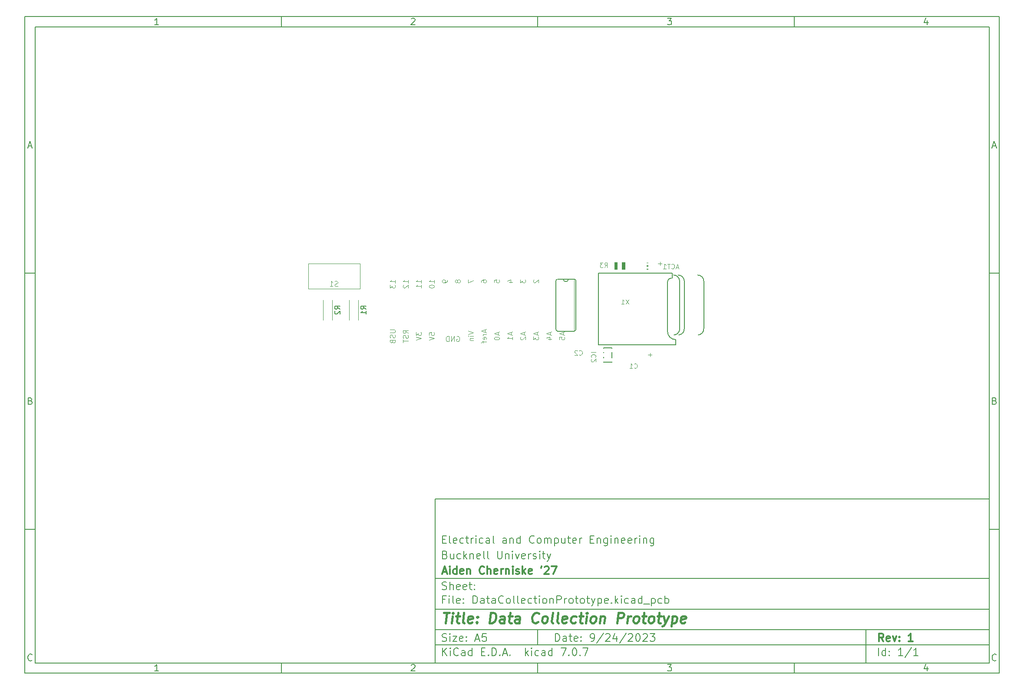
<source format=gbr>
%TF.GenerationSoftware,KiCad,Pcbnew,7.0.7*%
%TF.CreationDate,2023-09-27T12:08:52-04:00*%
%TF.ProjectId,DataCollectionPrototype,44617461-436f-46c6-9c65-6374696f6e50,1*%
%TF.SameCoordinates,Original*%
%TF.FileFunction,Legend,Bot*%
%TF.FilePolarity,Positive*%
%FSLAX46Y46*%
G04 Gerber Fmt 4.6, Leading zero omitted, Abs format (unit mm)*
G04 Created by KiCad (PCBNEW 7.0.7) date 2023-09-27 12:08:52*
%MOMM*%
%LPD*%
G01*
G04 APERTURE LIST*
%ADD10C,0.100000*%
%ADD11C,0.150000*%
%ADD12C,0.300000*%
%ADD13C,0.400000*%
%ADD14C,0.093472*%
%ADD15C,0.090000*%
%ADD16C,0.081280*%
%ADD17C,0.127000*%
%ADD18C,0.120000*%
%ADD19C,0.152400*%
%ADD20C,0.050800*%
G04 APERTURE END LIST*
D10*
D11*
X90007200Y-104005800D02*
X198007200Y-104005800D01*
X198007200Y-136005800D01*
X90007200Y-136005800D01*
X90007200Y-104005800D01*
D10*
D11*
X10000000Y-10000000D02*
X200007200Y-10000000D01*
X200007200Y-138005800D01*
X10000000Y-138005800D01*
X10000000Y-10000000D01*
D10*
D11*
X12000000Y-12000000D02*
X198007200Y-12000000D01*
X198007200Y-136005800D01*
X12000000Y-136005800D01*
X12000000Y-12000000D01*
D10*
D11*
X60000000Y-12000000D02*
X60000000Y-10000000D01*
D10*
D11*
X110000000Y-12000000D02*
X110000000Y-10000000D01*
D10*
D11*
X160000000Y-12000000D02*
X160000000Y-10000000D01*
D10*
D11*
X36089160Y-11593604D02*
X35346303Y-11593604D01*
X35717731Y-11593604D02*
X35717731Y-10293604D01*
X35717731Y-10293604D02*
X35593922Y-10479319D01*
X35593922Y-10479319D02*
X35470112Y-10603128D01*
X35470112Y-10603128D02*
X35346303Y-10665033D01*
D10*
D11*
X85346303Y-10417414D02*
X85408207Y-10355509D01*
X85408207Y-10355509D02*
X85532017Y-10293604D01*
X85532017Y-10293604D02*
X85841541Y-10293604D01*
X85841541Y-10293604D02*
X85965350Y-10355509D01*
X85965350Y-10355509D02*
X86027255Y-10417414D01*
X86027255Y-10417414D02*
X86089160Y-10541223D01*
X86089160Y-10541223D02*
X86089160Y-10665033D01*
X86089160Y-10665033D02*
X86027255Y-10850747D01*
X86027255Y-10850747D02*
X85284398Y-11593604D01*
X85284398Y-11593604D02*
X86089160Y-11593604D01*
D10*
D11*
X135284398Y-10293604D02*
X136089160Y-10293604D01*
X136089160Y-10293604D02*
X135655826Y-10788842D01*
X135655826Y-10788842D02*
X135841541Y-10788842D01*
X135841541Y-10788842D02*
X135965350Y-10850747D01*
X135965350Y-10850747D02*
X136027255Y-10912652D01*
X136027255Y-10912652D02*
X136089160Y-11036461D01*
X136089160Y-11036461D02*
X136089160Y-11345985D01*
X136089160Y-11345985D02*
X136027255Y-11469795D01*
X136027255Y-11469795D02*
X135965350Y-11531700D01*
X135965350Y-11531700D02*
X135841541Y-11593604D01*
X135841541Y-11593604D02*
X135470112Y-11593604D01*
X135470112Y-11593604D02*
X135346303Y-11531700D01*
X135346303Y-11531700D02*
X135284398Y-11469795D01*
D10*
D11*
X185965350Y-10726938D02*
X185965350Y-11593604D01*
X185655826Y-10231700D02*
X185346303Y-11160271D01*
X185346303Y-11160271D02*
X186151064Y-11160271D01*
D10*
D11*
X60000000Y-136005800D02*
X60000000Y-138005800D01*
D10*
D11*
X110000000Y-136005800D02*
X110000000Y-138005800D01*
D10*
D11*
X160000000Y-136005800D02*
X160000000Y-138005800D01*
D10*
D11*
X36089160Y-137599404D02*
X35346303Y-137599404D01*
X35717731Y-137599404D02*
X35717731Y-136299404D01*
X35717731Y-136299404D02*
X35593922Y-136485119D01*
X35593922Y-136485119D02*
X35470112Y-136608928D01*
X35470112Y-136608928D02*
X35346303Y-136670833D01*
D10*
D11*
X85346303Y-136423214D02*
X85408207Y-136361309D01*
X85408207Y-136361309D02*
X85532017Y-136299404D01*
X85532017Y-136299404D02*
X85841541Y-136299404D01*
X85841541Y-136299404D02*
X85965350Y-136361309D01*
X85965350Y-136361309D02*
X86027255Y-136423214D01*
X86027255Y-136423214D02*
X86089160Y-136547023D01*
X86089160Y-136547023D02*
X86089160Y-136670833D01*
X86089160Y-136670833D02*
X86027255Y-136856547D01*
X86027255Y-136856547D02*
X85284398Y-137599404D01*
X85284398Y-137599404D02*
X86089160Y-137599404D01*
D10*
D11*
X135284398Y-136299404D02*
X136089160Y-136299404D01*
X136089160Y-136299404D02*
X135655826Y-136794642D01*
X135655826Y-136794642D02*
X135841541Y-136794642D01*
X135841541Y-136794642D02*
X135965350Y-136856547D01*
X135965350Y-136856547D02*
X136027255Y-136918452D01*
X136027255Y-136918452D02*
X136089160Y-137042261D01*
X136089160Y-137042261D02*
X136089160Y-137351785D01*
X136089160Y-137351785D02*
X136027255Y-137475595D01*
X136027255Y-137475595D02*
X135965350Y-137537500D01*
X135965350Y-137537500D02*
X135841541Y-137599404D01*
X135841541Y-137599404D02*
X135470112Y-137599404D01*
X135470112Y-137599404D02*
X135346303Y-137537500D01*
X135346303Y-137537500D02*
X135284398Y-137475595D01*
D10*
D11*
X185965350Y-136732738D02*
X185965350Y-137599404D01*
X185655826Y-136237500D02*
X185346303Y-137166071D01*
X185346303Y-137166071D02*
X186151064Y-137166071D01*
D10*
D11*
X10000000Y-60000000D02*
X12000000Y-60000000D01*
D10*
D11*
X10000000Y-110000000D02*
X12000000Y-110000000D01*
D10*
D11*
X10690476Y-35222176D02*
X11309523Y-35222176D01*
X10566666Y-35593604D02*
X10999999Y-34293604D01*
X10999999Y-34293604D02*
X11433333Y-35593604D01*
D10*
D11*
X11092857Y-84912652D02*
X11278571Y-84974557D01*
X11278571Y-84974557D02*
X11340476Y-85036461D01*
X11340476Y-85036461D02*
X11402380Y-85160271D01*
X11402380Y-85160271D02*
X11402380Y-85345985D01*
X11402380Y-85345985D02*
X11340476Y-85469795D01*
X11340476Y-85469795D02*
X11278571Y-85531700D01*
X11278571Y-85531700D02*
X11154761Y-85593604D01*
X11154761Y-85593604D02*
X10659523Y-85593604D01*
X10659523Y-85593604D02*
X10659523Y-84293604D01*
X10659523Y-84293604D02*
X11092857Y-84293604D01*
X11092857Y-84293604D02*
X11216666Y-84355509D01*
X11216666Y-84355509D02*
X11278571Y-84417414D01*
X11278571Y-84417414D02*
X11340476Y-84541223D01*
X11340476Y-84541223D02*
X11340476Y-84665033D01*
X11340476Y-84665033D02*
X11278571Y-84788842D01*
X11278571Y-84788842D02*
X11216666Y-84850747D01*
X11216666Y-84850747D02*
X11092857Y-84912652D01*
X11092857Y-84912652D02*
X10659523Y-84912652D01*
D10*
D11*
X11402380Y-135469795D02*
X11340476Y-135531700D01*
X11340476Y-135531700D02*
X11154761Y-135593604D01*
X11154761Y-135593604D02*
X11030952Y-135593604D01*
X11030952Y-135593604D02*
X10845238Y-135531700D01*
X10845238Y-135531700D02*
X10721428Y-135407890D01*
X10721428Y-135407890D02*
X10659523Y-135284080D01*
X10659523Y-135284080D02*
X10597619Y-135036461D01*
X10597619Y-135036461D02*
X10597619Y-134850747D01*
X10597619Y-134850747D02*
X10659523Y-134603128D01*
X10659523Y-134603128D02*
X10721428Y-134479319D01*
X10721428Y-134479319D02*
X10845238Y-134355509D01*
X10845238Y-134355509D02*
X11030952Y-134293604D01*
X11030952Y-134293604D02*
X11154761Y-134293604D01*
X11154761Y-134293604D02*
X11340476Y-134355509D01*
X11340476Y-134355509D02*
X11402380Y-134417414D01*
D10*
D11*
X200007200Y-60000000D02*
X198007200Y-60000000D01*
D10*
D11*
X200007200Y-110000000D02*
X198007200Y-110000000D01*
D10*
D11*
X198697676Y-35222176D02*
X199316723Y-35222176D01*
X198573866Y-35593604D02*
X199007199Y-34293604D01*
X199007199Y-34293604D02*
X199440533Y-35593604D01*
D10*
D11*
X199100057Y-84912652D02*
X199285771Y-84974557D01*
X199285771Y-84974557D02*
X199347676Y-85036461D01*
X199347676Y-85036461D02*
X199409580Y-85160271D01*
X199409580Y-85160271D02*
X199409580Y-85345985D01*
X199409580Y-85345985D02*
X199347676Y-85469795D01*
X199347676Y-85469795D02*
X199285771Y-85531700D01*
X199285771Y-85531700D02*
X199161961Y-85593604D01*
X199161961Y-85593604D02*
X198666723Y-85593604D01*
X198666723Y-85593604D02*
X198666723Y-84293604D01*
X198666723Y-84293604D02*
X199100057Y-84293604D01*
X199100057Y-84293604D02*
X199223866Y-84355509D01*
X199223866Y-84355509D02*
X199285771Y-84417414D01*
X199285771Y-84417414D02*
X199347676Y-84541223D01*
X199347676Y-84541223D02*
X199347676Y-84665033D01*
X199347676Y-84665033D02*
X199285771Y-84788842D01*
X199285771Y-84788842D02*
X199223866Y-84850747D01*
X199223866Y-84850747D02*
X199100057Y-84912652D01*
X199100057Y-84912652D02*
X198666723Y-84912652D01*
D10*
D11*
X199409580Y-135469795D02*
X199347676Y-135531700D01*
X199347676Y-135531700D02*
X199161961Y-135593604D01*
X199161961Y-135593604D02*
X199038152Y-135593604D01*
X199038152Y-135593604D02*
X198852438Y-135531700D01*
X198852438Y-135531700D02*
X198728628Y-135407890D01*
X198728628Y-135407890D02*
X198666723Y-135284080D01*
X198666723Y-135284080D02*
X198604819Y-135036461D01*
X198604819Y-135036461D02*
X198604819Y-134850747D01*
X198604819Y-134850747D02*
X198666723Y-134603128D01*
X198666723Y-134603128D02*
X198728628Y-134479319D01*
X198728628Y-134479319D02*
X198852438Y-134355509D01*
X198852438Y-134355509D02*
X199038152Y-134293604D01*
X199038152Y-134293604D02*
X199161961Y-134293604D01*
X199161961Y-134293604D02*
X199347676Y-134355509D01*
X199347676Y-134355509D02*
X199409580Y-134417414D01*
D10*
D11*
X113463026Y-131791928D02*
X113463026Y-130291928D01*
X113463026Y-130291928D02*
X113820169Y-130291928D01*
X113820169Y-130291928D02*
X114034455Y-130363357D01*
X114034455Y-130363357D02*
X114177312Y-130506214D01*
X114177312Y-130506214D02*
X114248741Y-130649071D01*
X114248741Y-130649071D02*
X114320169Y-130934785D01*
X114320169Y-130934785D02*
X114320169Y-131149071D01*
X114320169Y-131149071D02*
X114248741Y-131434785D01*
X114248741Y-131434785D02*
X114177312Y-131577642D01*
X114177312Y-131577642D02*
X114034455Y-131720500D01*
X114034455Y-131720500D02*
X113820169Y-131791928D01*
X113820169Y-131791928D02*
X113463026Y-131791928D01*
X115605884Y-131791928D02*
X115605884Y-131006214D01*
X115605884Y-131006214D02*
X115534455Y-130863357D01*
X115534455Y-130863357D02*
X115391598Y-130791928D01*
X115391598Y-130791928D02*
X115105884Y-130791928D01*
X115105884Y-130791928D02*
X114963026Y-130863357D01*
X115605884Y-131720500D02*
X115463026Y-131791928D01*
X115463026Y-131791928D02*
X115105884Y-131791928D01*
X115105884Y-131791928D02*
X114963026Y-131720500D01*
X114963026Y-131720500D02*
X114891598Y-131577642D01*
X114891598Y-131577642D02*
X114891598Y-131434785D01*
X114891598Y-131434785D02*
X114963026Y-131291928D01*
X114963026Y-131291928D02*
X115105884Y-131220500D01*
X115105884Y-131220500D02*
X115463026Y-131220500D01*
X115463026Y-131220500D02*
X115605884Y-131149071D01*
X116105884Y-130791928D02*
X116677312Y-130791928D01*
X116320169Y-130291928D02*
X116320169Y-131577642D01*
X116320169Y-131577642D02*
X116391598Y-131720500D01*
X116391598Y-131720500D02*
X116534455Y-131791928D01*
X116534455Y-131791928D02*
X116677312Y-131791928D01*
X117748741Y-131720500D02*
X117605884Y-131791928D01*
X117605884Y-131791928D02*
X117320170Y-131791928D01*
X117320170Y-131791928D02*
X117177312Y-131720500D01*
X117177312Y-131720500D02*
X117105884Y-131577642D01*
X117105884Y-131577642D02*
X117105884Y-131006214D01*
X117105884Y-131006214D02*
X117177312Y-130863357D01*
X117177312Y-130863357D02*
X117320170Y-130791928D01*
X117320170Y-130791928D02*
X117605884Y-130791928D01*
X117605884Y-130791928D02*
X117748741Y-130863357D01*
X117748741Y-130863357D02*
X117820170Y-131006214D01*
X117820170Y-131006214D02*
X117820170Y-131149071D01*
X117820170Y-131149071D02*
X117105884Y-131291928D01*
X118463026Y-131649071D02*
X118534455Y-131720500D01*
X118534455Y-131720500D02*
X118463026Y-131791928D01*
X118463026Y-131791928D02*
X118391598Y-131720500D01*
X118391598Y-131720500D02*
X118463026Y-131649071D01*
X118463026Y-131649071D02*
X118463026Y-131791928D01*
X118463026Y-130863357D02*
X118534455Y-130934785D01*
X118534455Y-130934785D02*
X118463026Y-131006214D01*
X118463026Y-131006214D02*
X118391598Y-130934785D01*
X118391598Y-130934785D02*
X118463026Y-130863357D01*
X118463026Y-130863357D02*
X118463026Y-131006214D01*
X120391598Y-131791928D02*
X120677312Y-131791928D01*
X120677312Y-131791928D02*
X120820169Y-131720500D01*
X120820169Y-131720500D02*
X120891598Y-131649071D01*
X120891598Y-131649071D02*
X121034455Y-131434785D01*
X121034455Y-131434785D02*
X121105884Y-131149071D01*
X121105884Y-131149071D02*
X121105884Y-130577642D01*
X121105884Y-130577642D02*
X121034455Y-130434785D01*
X121034455Y-130434785D02*
X120963027Y-130363357D01*
X120963027Y-130363357D02*
X120820169Y-130291928D01*
X120820169Y-130291928D02*
X120534455Y-130291928D01*
X120534455Y-130291928D02*
X120391598Y-130363357D01*
X120391598Y-130363357D02*
X120320169Y-130434785D01*
X120320169Y-130434785D02*
X120248741Y-130577642D01*
X120248741Y-130577642D02*
X120248741Y-130934785D01*
X120248741Y-130934785D02*
X120320169Y-131077642D01*
X120320169Y-131077642D02*
X120391598Y-131149071D01*
X120391598Y-131149071D02*
X120534455Y-131220500D01*
X120534455Y-131220500D02*
X120820169Y-131220500D01*
X120820169Y-131220500D02*
X120963027Y-131149071D01*
X120963027Y-131149071D02*
X121034455Y-131077642D01*
X121034455Y-131077642D02*
X121105884Y-130934785D01*
X122820169Y-130220500D02*
X121534455Y-132149071D01*
X123248741Y-130434785D02*
X123320169Y-130363357D01*
X123320169Y-130363357D02*
X123463027Y-130291928D01*
X123463027Y-130291928D02*
X123820169Y-130291928D01*
X123820169Y-130291928D02*
X123963027Y-130363357D01*
X123963027Y-130363357D02*
X124034455Y-130434785D01*
X124034455Y-130434785D02*
X124105884Y-130577642D01*
X124105884Y-130577642D02*
X124105884Y-130720500D01*
X124105884Y-130720500D02*
X124034455Y-130934785D01*
X124034455Y-130934785D02*
X123177312Y-131791928D01*
X123177312Y-131791928D02*
X124105884Y-131791928D01*
X125391598Y-130791928D02*
X125391598Y-131791928D01*
X125034455Y-130220500D02*
X124677312Y-131291928D01*
X124677312Y-131291928D02*
X125605883Y-131291928D01*
X127248740Y-130220500D02*
X125963026Y-132149071D01*
X127677312Y-130434785D02*
X127748740Y-130363357D01*
X127748740Y-130363357D02*
X127891598Y-130291928D01*
X127891598Y-130291928D02*
X128248740Y-130291928D01*
X128248740Y-130291928D02*
X128391598Y-130363357D01*
X128391598Y-130363357D02*
X128463026Y-130434785D01*
X128463026Y-130434785D02*
X128534455Y-130577642D01*
X128534455Y-130577642D02*
X128534455Y-130720500D01*
X128534455Y-130720500D02*
X128463026Y-130934785D01*
X128463026Y-130934785D02*
X127605883Y-131791928D01*
X127605883Y-131791928D02*
X128534455Y-131791928D01*
X129463026Y-130291928D02*
X129605883Y-130291928D01*
X129605883Y-130291928D02*
X129748740Y-130363357D01*
X129748740Y-130363357D02*
X129820169Y-130434785D01*
X129820169Y-130434785D02*
X129891597Y-130577642D01*
X129891597Y-130577642D02*
X129963026Y-130863357D01*
X129963026Y-130863357D02*
X129963026Y-131220500D01*
X129963026Y-131220500D02*
X129891597Y-131506214D01*
X129891597Y-131506214D02*
X129820169Y-131649071D01*
X129820169Y-131649071D02*
X129748740Y-131720500D01*
X129748740Y-131720500D02*
X129605883Y-131791928D01*
X129605883Y-131791928D02*
X129463026Y-131791928D01*
X129463026Y-131791928D02*
X129320169Y-131720500D01*
X129320169Y-131720500D02*
X129248740Y-131649071D01*
X129248740Y-131649071D02*
X129177311Y-131506214D01*
X129177311Y-131506214D02*
X129105883Y-131220500D01*
X129105883Y-131220500D02*
X129105883Y-130863357D01*
X129105883Y-130863357D02*
X129177311Y-130577642D01*
X129177311Y-130577642D02*
X129248740Y-130434785D01*
X129248740Y-130434785D02*
X129320169Y-130363357D01*
X129320169Y-130363357D02*
X129463026Y-130291928D01*
X130534454Y-130434785D02*
X130605882Y-130363357D01*
X130605882Y-130363357D02*
X130748740Y-130291928D01*
X130748740Y-130291928D02*
X131105882Y-130291928D01*
X131105882Y-130291928D02*
X131248740Y-130363357D01*
X131248740Y-130363357D02*
X131320168Y-130434785D01*
X131320168Y-130434785D02*
X131391597Y-130577642D01*
X131391597Y-130577642D02*
X131391597Y-130720500D01*
X131391597Y-130720500D02*
X131320168Y-130934785D01*
X131320168Y-130934785D02*
X130463025Y-131791928D01*
X130463025Y-131791928D02*
X131391597Y-131791928D01*
X131891596Y-130291928D02*
X132820168Y-130291928D01*
X132820168Y-130291928D02*
X132320168Y-130863357D01*
X132320168Y-130863357D02*
X132534453Y-130863357D01*
X132534453Y-130863357D02*
X132677311Y-130934785D01*
X132677311Y-130934785D02*
X132748739Y-131006214D01*
X132748739Y-131006214D02*
X132820168Y-131149071D01*
X132820168Y-131149071D02*
X132820168Y-131506214D01*
X132820168Y-131506214D02*
X132748739Y-131649071D01*
X132748739Y-131649071D02*
X132677311Y-131720500D01*
X132677311Y-131720500D02*
X132534453Y-131791928D01*
X132534453Y-131791928D02*
X132105882Y-131791928D01*
X132105882Y-131791928D02*
X131963025Y-131720500D01*
X131963025Y-131720500D02*
X131891596Y-131649071D01*
D10*
D11*
X90007200Y-132505800D02*
X198007200Y-132505800D01*
D10*
D11*
X91463026Y-134591928D02*
X91463026Y-133091928D01*
X92320169Y-134591928D02*
X91677312Y-133734785D01*
X92320169Y-133091928D02*
X91463026Y-133949071D01*
X92963026Y-134591928D02*
X92963026Y-133591928D01*
X92963026Y-133091928D02*
X92891598Y-133163357D01*
X92891598Y-133163357D02*
X92963026Y-133234785D01*
X92963026Y-133234785D02*
X93034455Y-133163357D01*
X93034455Y-133163357D02*
X92963026Y-133091928D01*
X92963026Y-133091928D02*
X92963026Y-133234785D01*
X94534455Y-134449071D02*
X94463027Y-134520500D01*
X94463027Y-134520500D02*
X94248741Y-134591928D01*
X94248741Y-134591928D02*
X94105884Y-134591928D01*
X94105884Y-134591928D02*
X93891598Y-134520500D01*
X93891598Y-134520500D02*
X93748741Y-134377642D01*
X93748741Y-134377642D02*
X93677312Y-134234785D01*
X93677312Y-134234785D02*
X93605884Y-133949071D01*
X93605884Y-133949071D02*
X93605884Y-133734785D01*
X93605884Y-133734785D02*
X93677312Y-133449071D01*
X93677312Y-133449071D02*
X93748741Y-133306214D01*
X93748741Y-133306214D02*
X93891598Y-133163357D01*
X93891598Y-133163357D02*
X94105884Y-133091928D01*
X94105884Y-133091928D02*
X94248741Y-133091928D01*
X94248741Y-133091928D02*
X94463027Y-133163357D01*
X94463027Y-133163357D02*
X94534455Y-133234785D01*
X95820170Y-134591928D02*
X95820170Y-133806214D01*
X95820170Y-133806214D02*
X95748741Y-133663357D01*
X95748741Y-133663357D02*
X95605884Y-133591928D01*
X95605884Y-133591928D02*
X95320170Y-133591928D01*
X95320170Y-133591928D02*
X95177312Y-133663357D01*
X95820170Y-134520500D02*
X95677312Y-134591928D01*
X95677312Y-134591928D02*
X95320170Y-134591928D01*
X95320170Y-134591928D02*
X95177312Y-134520500D01*
X95177312Y-134520500D02*
X95105884Y-134377642D01*
X95105884Y-134377642D02*
X95105884Y-134234785D01*
X95105884Y-134234785D02*
X95177312Y-134091928D01*
X95177312Y-134091928D02*
X95320170Y-134020500D01*
X95320170Y-134020500D02*
X95677312Y-134020500D01*
X95677312Y-134020500D02*
X95820170Y-133949071D01*
X97177313Y-134591928D02*
X97177313Y-133091928D01*
X97177313Y-134520500D02*
X97034455Y-134591928D01*
X97034455Y-134591928D02*
X96748741Y-134591928D01*
X96748741Y-134591928D02*
X96605884Y-134520500D01*
X96605884Y-134520500D02*
X96534455Y-134449071D01*
X96534455Y-134449071D02*
X96463027Y-134306214D01*
X96463027Y-134306214D02*
X96463027Y-133877642D01*
X96463027Y-133877642D02*
X96534455Y-133734785D01*
X96534455Y-133734785D02*
X96605884Y-133663357D01*
X96605884Y-133663357D02*
X96748741Y-133591928D01*
X96748741Y-133591928D02*
X97034455Y-133591928D01*
X97034455Y-133591928D02*
X97177313Y-133663357D01*
X99034455Y-133806214D02*
X99534455Y-133806214D01*
X99748741Y-134591928D02*
X99034455Y-134591928D01*
X99034455Y-134591928D02*
X99034455Y-133091928D01*
X99034455Y-133091928D02*
X99748741Y-133091928D01*
X100391598Y-134449071D02*
X100463027Y-134520500D01*
X100463027Y-134520500D02*
X100391598Y-134591928D01*
X100391598Y-134591928D02*
X100320170Y-134520500D01*
X100320170Y-134520500D02*
X100391598Y-134449071D01*
X100391598Y-134449071D02*
X100391598Y-134591928D01*
X101105884Y-134591928D02*
X101105884Y-133091928D01*
X101105884Y-133091928D02*
X101463027Y-133091928D01*
X101463027Y-133091928D02*
X101677313Y-133163357D01*
X101677313Y-133163357D02*
X101820170Y-133306214D01*
X101820170Y-133306214D02*
X101891599Y-133449071D01*
X101891599Y-133449071D02*
X101963027Y-133734785D01*
X101963027Y-133734785D02*
X101963027Y-133949071D01*
X101963027Y-133949071D02*
X101891599Y-134234785D01*
X101891599Y-134234785D02*
X101820170Y-134377642D01*
X101820170Y-134377642D02*
X101677313Y-134520500D01*
X101677313Y-134520500D02*
X101463027Y-134591928D01*
X101463027Y-134591928D02*
X101105884Y-134591928D01*
X102605884Y-134449071D02*
X102677313Y-134520500D01*
X102677313Y-134520500D02*
X102605884Y-134591928D01*
X102605884Y-134591928D02*
X102534456Y-134520500D01*
X102534456Y-134520500D02*
X102605884Y-134449071D01*
X102605884Y-134449071D02*
X102605884Y-134591928D01*
X103248742Y-134163357D02*
X103963028Y-134163357D01*
X103105885Y-134591928D02*
X103605885Y-133091928D01*
X103605885Y-133091928D02*
X104105885Y-134591928D01*
X104605884Y-134449071D02*
X104677313Y-134520500D01*
X104677313Y-134520500D02*
X104605884Y-134591928D01*
X104605884Y-134591928D02*
X104534456Y-134520500D01*
X104534456Y-134520500D02*
X104605884Y-134449071D01*
X104605884Y-134449071D02*
X104605884Y-134591928D01*
X107605884Y-134591928D02*
X107605884Y-133091928D01*
X107748742Y-134020500D02*
X108177313Y-134591928D01*
X108177313Y-133591928D02*
X107605884Y-134163357D01*
X108820170Y-134591928D02*
X108820170Y-133591928D01*
X108820170Y-133091928D02*
X108748742Y-133163357D01*
X108748742Y-133163357D02*
X108820170Y-133234785D01*
X108820170Y-133234785D02*
X108891599Y-133163357D01*
X108891599Y-133163357D02*
X108820170Y-133091928D01*
X108820170Y-133091928D02*
X108820170Y-133234785D01*
X110177314Y-134520500D02*
X110034456Y-134591928D01*
X110034456Y-134591928D02*
X109748742Y-134591928D01*
X109748742Y-134591928D02*
X109605885Y-134520500D01*
X109605885Y-134520500D02*
X109534456Y-134449071D01*
X109534456Y-134449071D02*
X109463028Y-134306214D01*
X109463028Y-134306214D02*
X109463028Y-133877642D01*
X109463028Y-133877642D02*
X109534456Y-133734785D01*
X109534456Y-133734785D02*
X109605885Y-133663357D01*
X109605885Y-133663357D02*
X109748742Y-133591928D01*
X109748742Y-133591928D02*
X110034456Y-133591928D01*
X110034456Y-133591928D02*
X110177314Y-133663357D01*
X111463028Y-134591928D02*
X111463028Y-133806214D01*
X111463028Y-133806214D02*
X111391599Y-133663357D01*
X111391599Y-133663357D02*
X111248742Y-133591928D01*
X111248742Y-133591928D02*
X110963028Y-133591928D01*
X110963028Y-133591928D02*
X110820170Y-133663357D01*
X111463028Y-134520500D02*
X111320170Y-134591928D01*
X111320170Y-134591928D02*
X110963028Y-134591928D01*
X110963028Y-134591928D02*
X110820170Y-134520500D01*
X110820170Y-134520500D02*
X110748742Y-134377642D01*
X110748742Y-134377642D02*
X110748742Y-134234785D01*
X110748742Y-134234785D02*
X110820170Y-134091928D01*
X110820170Y-134091928D02*
X110963028Y-134020500D01*
X110963028Y-134020500D02*
X111320170Y-134020500D01*
X111320170Y-134020500D02*
X111463028Y-133949071D01*
X112820171Y-134591928D02*
X112820171Y-133091928D01*
X112820171Y-134520500D02*
X112677313Y-134591928D01*
X112677313Y-134591928D02*
X112391599Y-134591928D01*
X112391599Y-134591928D02*
X112248742Y-134520500D01*
X112248742Y-134520500D02*
X112177313Y-134449071D01*
X112177313Y-134449071D02*
X112105885Y-134306214D01*
X112105885Y-134306214D02*
X112105885Y-133877642D01*
X112105885Y-133877642D02*
X112177313Y-133734785D01*
X112177313Y-133734785D02*
X112248742Y-133663357D01*
X112248742Y-133663357D02*
X112391599Y-133591928D01*
X112391599Y-133591928D02*
X112677313Y-133591928D01*
X112677313Y-133591928D02*
X112820171Y-133663357D01*
X114534456Y-133091928D02*
X115534456Y-133091928D01*
X115534456Y-133091928D02*
X114891599Y-134591928D01*
X116105884Y-134449071D02*
X116177313Y-134520500D01*
X116177313Y-134520500D02*
X116105884Y-134591928D01*
X116105884Y-134591928D02*
X116034456Y-134520500D01*
X116034456Y-134520500D02*
X116105884Y-134449071D01*
X116105884Y-134449071D02*
X116105884Y-134591928D01*
X117105885Y-133091928D02*
X117248742Y-133091928D01*
X117248742Y-133091928D02*
X117391599Y-133163357D01*
X117391599Y-133163357D02*
X117463028Y-133234785D01*
X117463028Y-133234785D02*
X117534456Y-133377642D01*
X117534456Y-133377642D02*
X117605885Y-133663357D01*
X117605885Y-133663357D02*
X117605885Y-134020500D01*
X117605885Y-134020500D02*
X117534456Y-134306214D01*
X117534456Y-134306214D02*
X117463028Y-134449071D01*
X117463028Y-134449071D02*
X117391599Y-134520500D01*
X117391599Y-134520500D02*
X117248742Y-134591928D01*
X117248742Y-134591928D02*
X117105885Y-134591928D01*
X117105885Y-134591928D02*
X116963028Y-134520500D01*
X116963028Y-134520500D02*
X116891599Y-134449071D01*
X116891599Y-134449071D02*
X116820170Y-134306214D01*
X116820170Y-134306214D02*
X116748742Y-134020500D01*
X116748742Y-134020500D02*
X116748742Y-133663357D01*
X116748742Y-133663357D02*
X116820170Y-133377642D01*
X116820170Y-133377642D02*
X116891599Y-133234785D01*
X116891599Y-133234785D02*
X116963028Y-133163357D01*
X116963028Y-133163357D02*
X117105885Y-133091928D01*
X118248741Y-134449071D02*
X118320170Y-134520500D01*
X118320170Y-134520500D02*
X118248741Y-134591928D01*
X118248741Y-134591928D02*
X118177313Y-134520500D01*
X118177313Y-134520500D02*
X118248741Y-134449071D01*
X118248741Y-134449071D02*
X118248741Y-134591928D01*
X118820170Y-133091928D02*
X119820170Y-133091928D01*
X119820170Y-133091928D02*
X119177313Y-134591928D01*
D10*
D11*
X90007200Y-129505800D02*
X198007200Y-129505800D01*
D10*
D12*
X177418853Y-131784128D02*
X176918853Y-131069842D01*
X176561710Y-131784128D02*
X176561710Y-130284128D01*
X176561710Y-130284128D02*
X177133139Y-130284128D01*
X177133139Y-130284128D02*
X177275996Y-130355557D01*
X177275996Y-130355557D02*
X177347425Y-130426985D01*
X177347425Y-130426985D02*
X177418853Y-130569842D01*
X177418853Y-130569842D02*
X177418853Y-130784128D01*
X177418853Y-130784128D02*
X177347425Y-130926985D01*
X177347425Y-130926985D02*
X177275996Y-130998414D01*
X177275996Y-130998414D02*
X177133139Y-131069842D01*
X177133139Y-131069842D02*
X176561710Y-131069842D01*
X178633139Y-131712700D02*
X178490282Y-131784128D01*
X178490282Y-131784128D02*
X178204568Y-131784128D01*
X178204568Y-131784128D02*
X178061710Y-131712700D01*
X178061710Y-131712700D02*
X177990282Y-131569842D01*
X177990282Y-131569842D02*
X177990282Y-130998414D01*
X177990282Y-130998414D02*
X178061710Y-130855557D01*
X178061710Y-130855557D02*
X178204568Y-130784128D01*
X178204568Y-130784128D02*
X178490282Y-130784128D01*
X178490282Y-130784128D02*
X178633139Y-130855557D01*
X178633139Y-130855557D02*
X178704568Y-130998414D01*
X178704568Y-130998414D02*
X178704568Y-131141271D01*
X178704568Y-131141271D02*
X177990282Y-131284128D01*
X179204567Y-130784128D02*
X179561710Y-131784128D01*
X179561710Y-131784128D02*
X179918853Y-130784128D01*
X180490281Y-131641271D02*
X180561710Y-131712700D01*
X180561710Y-131712700D02*
X180490281Y-131784128D01*
X180490281Y-131784128D02*
X180418853Y-131712700D01*
X180418853Y-131712700D02*
X180490281Y-131641271D01*
X180490281Y-131641271D02*
X180490281Y-131784128D01*
X180490281Y-130855557D02*
X180561710Y-130926985D01*
X180561710Y-130926985D02*
X180490281Y-130998414D01*
X180490281Y-130998414D02*
X180418853Y-130926985D01*
X180418853Y-130926985D02*
X180490281Y-130855557D01*
X180490281Y-130855557D02*
X180490281Y-130998414D01*
X183133139Y-131784128D02*
X182275996Y-131784128D01*
X182704567Y-131784128D02*
X182704567Y-130284128D01*
X182704567Y-130284128D02*
X182561710Y-130498414D01*
X182561710Y-130498414D02*
X182418853Y-130641271D01*
X182418853Y-130641271D02*
X182275996Y-130712700D01*
D10*
D11*
X91391598Y-131720500D02*
X91605884Y-131791928D01*
X91605884Y-131791928D02*
X91963026Y-131791928D01*
X91963026Y-131791928D02*
X92105884Y-131720500D01*
X92105884Y-131720500D02*
X92177312Y-131649071D01*
X92177312Y-131649071D02*
X92248741Y-131506214D01*
X92248741Y-131506214D02*
X92248741Y-131363357D01*
X92248741Y-131363357D02*
X92177312Y-131220500D01*
X92177312Y-131220500D02*
X92105884Y-131149071D01*
X92105884Y-131149071D02*
X91963026Y-131077642D01*
X91963026Y-131077642D02*
X91677312Y-131006214D01*
X91677312Y-131006214D02*
X91534455Y-130934785D01*
X91534455Y-130934785D02*
X91463026Y-130863357D01*
X91463026Y-130863357D02*
X91391598Y-130720500D01*
X91391598Y-130720500D02*
X91391598Y-130577642D01*
X91391598Y-130577642D02*
X91463026Y-130434785D01*
X91463026Y-130434785D02*
X91534455Y-130363357D01*
X91534455Y-130363357D02*
X91677312Y-130291928D01*
X91677312Y-130291928D02*
X92034455Y-130291928D01*
X92034455Y-130291928D02*
X92248741Y-130363357D01*
X92891597Y-131791928D02*
X92891597Y-130791928D01*
X92891597Y-130291928D02*
X92820169Y-130363357D01*
X92820169Y-130363357D02*
X92891597Y-130434785D01*
X92891597Y-130434785D02*
X92963026Y-130363357D01*
X92963026Y-130363357D02*
X92891597Y-130291928D01*
X92891597Y-130291928D02*
X92891597Y-130434785D01*
X93463026Y-130791928D02*
X94248741Y-130791928D01*
X94248741Y-130791928D02*
X93463026Y-131791928D01*
X93463026Y-131791928D02*
X94248741Y-131791928D01*
X95391598Y-131720500D02*
X95248741Y-131791928D01*
X95248741Y-131791928D02*
X94963027Y-131791928D01*
X94963027Y-131791928D02*
X94820169Y-131720500D01*
X94820169Y-131720500D02*
X94748741Y-131577642D01*
X94748741Y-131577642D02*
X94748741Y-131006214D01*
X94748741Y-131006214D02*
X94820169Y-130863357D01*
X94820169Y-130863357D02*
X94963027Y-130791928D01*
X94963027Y-130791928D02*
X95248741Y-130791928D01*
X95248741Y-130791928D02*
X95391598Y-130863357D01*
X95391598Y-130863357D02*
X95463027Y-131006214D01*
X95463027Y-131006214D02*
X95463027Y-131149071D01*
X95463027Y-131149071D02*
X94748741Y-131291928D01*
X96105883Y-131649071D02*
X96177312Y-131720500D01*
X96177312Y-131720500D02*
X96105883Y-131791928D01*
X96105883Y-131791928D02*
X96034455Y-131720500D01*
X96034455Y-131720500D02*
X96105883Y-131649071D01*
X96105883Y-131649071D02*
X96105883Y-131791928D01*
X96105883Y-130863357D02*
X96177312Y-130934785D01*
X96177312Y-130934785D02*
X96105883Y-131006214D01*
X96105883Y-131006214D02*
X96034455Y-130934785D01*
X96034455Y-130934785D02*
X96105883Y-130863357D01*
X96105883Y-130863357D02*
X96105883Y-131006214D01*
X97891598Y-131363357D02*
X98605884Y-131363357D01*
X97748741Y-131791928D02*
X98248741Y-130291928D01*
X98248741Y-130291928D02*
X98748741Y-131791928D01*
X99963026Y-130291928D02*
X99248740Y-130291928D01*
X99248740Y-130291928D02*
X99177312Y-131006214D01*
X99177312Y-131006214D02*
X99248740Y-130934785D01*
X99248740Y-130934785D02*
X99391598Y-130863357D01*
X99391598Y-130863357D02*
X99748740Y-130863357D01*
X99748740Y-130863357D02*
X99891598Y-130934785D01*
X99891598Y-130934785D02*
X99963026Y-131006214D01*
X99963026Y-131006214D02*
X100034455Y-131149071D01*
X100034455Y-131149071D02*
X100034455Y-131506214D01*
X100034455Y-131506214D02*
X99963026Y-131649071D01*
X99963026Y-131649071D02*
X99891598Y-131720500D01*
X99891598Y-131720500D02*
X99748740Y-131791928D01*
X99748740Y-131791928D02*
X99391598Y-131791928D01*
X99391598Y-131791928D02*
X99248740Y-131720500D01*
X99248740Y-131720500D02*
X99177312Y-131649071D01*
D10*
D11*
X176463026Y-134591928D02*
X176463026Y-133091928D01*
X177820170Y-134591928D02*
X177820170Y-133091928D01*
X177820170Y-134520500D02*
X177677312Y-134591928D01*
X177677312Y-134591928D02*
X177391598Y-134591928D01*
X177391598Y-134591928D02*
X177248741Y-134520500D01*
X177248741Y-134520500D02*
X177177312Y-134449071D01*
X177177312Y-134449071D02*
X177105884Y-134306214D01*
X177105884Y-134306214D02*
X177105884Y-133877642D01*
X177105884Y-133877642D02*
X177177312Y-133734785D01*
X177177312Y-133734785D02*
X177248741Y-133663357D01*
X177248741Y-133663357D02*
X177391598Y-133591928D01*
X177391598Y-133591928D02*
X177677312Y-133591928D01*
X177677312Y-133591928D02*
X177820170Y-133663357D01*
X178534455Y-134449071D02*
X178605884Y-134520500D01*
X178605884Y-134520500D02*
X178534455Y-134591928D01*
X178534455Y-134591928D02*
X178463027Y-134520500D01*
X178463027Y-134520500D02*
X178534455Y-134449071D01*
X178534455Y-134449071D02*
X178534455Y-134591928D01*
X178534455Y-133663357D02*
X178605884Y-133734785D01*
X178605884Y-133734785D02*
X178534455Y-133806214D01*
X178534455Y-133806214D02*
X178463027Y-133734785D01*
X178463027Y-133734785D02*
X178534455Y-133663357D01*
X178534455Y-133663357D02*
X178534455Y-133806214D01*
X181177313Y-134591928D02*
X180320170Y-134591928D01*
X180748741Y-134591928D02*
X180748741Y-133091928D01*
X180748741Y-133091928D02*
X180605884Y-133306214D01*
X180605884Y-133306214D02*
X180463027Y-133449071D01*
X180463027Y-133449071D02*
X180320170Y-133520500D01*
X182891598Y-133020500D02*
X181605884Y-134949071D01*
X184177313Y-134591928D02*
X183320170Y-134591928D01*
X183748741Y-134591928D02*
X183748741Y-133091928D01*
X183748741Y-133091928D02*
X183605884Y-133306214D01*
X183605884Y-133306214D02*
X183463027Y-133449071D01*
X183463027Y-133449071D02*
X183320170Y-133520500D01*
D10*
D11*
X90007200Y-125505800D02*
X198007200Y-125505800D01*
D10*
D13*
X91698928Y-126210238D02*
X92841785Y-126210238D01*
X92020357Y-128210238D02*
X92270357Y-126210238D01*
X93258452Y-128210238D02*
X93425119Y-126876904D01*
X93508452Y-126210238D02*
X93401309Y-126305476D01*
X93401309Y-126305476D02*
X93484643Y-126400714D01*
X93484643Y-126400714D02*
X93591786Y-126305476D01*
X93591786Y-126305476D02*
X93508452Y-126210238D01*
X93508452Y-126210238D02*
X93484643Y-126400714D01*
X94091786Y-126876904D02*
X94853690Y-126876904D01*
X94460833Y-126210238D02*
X94246548Y-127924523D01*
X94246548Y-127924523D02*
X94317976Y-128115000D01*
X94317976Y-128115000D02*
X94496548Y-128210238D01*
X94496548Y-128210238D02*
X94687024Y-128210238D01*
X95639405Y-128210238D02*
X95460833Y-128115000D01*
X95460833Y-128115000D02*
X95389405Y-127924523D01*
X95389405Y-127924523D02*
X95603690Y-126210238D01*
X97175119Y-128115000D02*
X96972738Y-128210238D01*
X96972738Y-128210238D02*
X96591785Y-128210238D01*
X96591785Y-128210238D02*
X96413214Y-128115000D01*
X96413214Y-128115000D02*
X96341785Y-127924523D01*
X96341785Y-127924523D02*
X96437024Y-127162619D01*
X96437024Y-127162619D02*
X96556071Y-126972142D01*
X96556071Y-126972142D02*
X96758452Y-126876904D01*
X96758452Y-126876904D02*
X97139404Y-126876904D01*
X97139404Y-126876904D02*
X97317976Y-126972142D01*
X97317976Y-126972142D02*
X97389404Y-127162619D01*
X97389404Y-127162619D02*
X97365595Y-127353095D01*
X97365595Y-127353095D02*
X96389404Y-127543571D01*
X98139405Y-128019761D02*
X98222738Y-128115000D01*
X98222738Y-128115000D02*
X98115595Y-128210238D01*
X98115595Y-128210238D02*
X98032262Y-128115000D01*
X98032262Y-128115000D02*
X98139405Y-128019761D01*
X98139405Y-128019761D02*
X98115595Y-128210238D01*
X98270357Y-126972142D02*
X98353690Y-127067380D01*
X98353690Y-127067380D02*
X98246548Y-127162619D01*
X98246548Y-127162619D02*
X98163214Y-127067380D01*
X98163214Y-127067380D02*
X98270357Y-126972142D01*
X98270357Y-126972142D02*
X98246548Y-127162619D01*
X100591786Y-128210238D02*
X100841786Y-126210238D01*
X100841786Y-126210238D02*
X101317977Y-126210238D01*
X101317977Y-126210238D02*
X101591786Y-126305476D01*
X101591786Y-126305476D02*
X101758453Y-126495952D01*
X101758453Y-126495952D02*
X101829881Y-126686428D01*
X101829881Y-126686428D02*
X101877501Y-127067380D01*
X101877501Y-127067380D02*
X101841786Y-127353095D01*
X101841786Y-127353095D02*
X101698929Y-127734047D01*
X101698929Y-127734047D02*
X101579881Y-127924523D01*
X101579881Y-127924523D02*
X101365596Y-128115000D01*
X101365596Y-128115000D02*
X101067977Y-128210238D01*
X101067977Y-128210238D02*
X100591786Y-128210238D01*
X103448929Y-128210238D02*
X103579881Y-127162619D01*
X103579881Y-127162619D02*
X103508453Y-126972142D01*
X103508453Y-126972142D02*
X103329881Y-126876904D01*
X103329881Y-126876904D02*
X102948929Y-126876904D01*
X102948929Y-126876904D02*
X102746548Y-126972142D01*
X103460834Y-128115000D02*
X103258453Y-128210238D01*
X103258453Y-128210238D02*
X102782262Y-128210238D01*
X102782262Y-128210238D02*
X102603691Y-128115000D01*
X102603691Y-128115000D02*
X102532262Y-127924523D01*
X102532262Y-127924523D02*
X102556072Y-127734047D01*
X102556072Y-127734047D02*
X102675120Y-127543571D01*
X102675120Y-127543571D02*
X102877501Y-127448333D01*
X102877501Y-127448333D02*
X103353691Y-127448333D01*
X103353691Y-127448333D02*
X103556072Y-127353095D01*
X104282263Y-126876904D02*
X105044167Y-126876904D01*
X104651310Y-126210238D02*
X104437025Y-127924523D01*
X104437025Y-127924523D02*
X104508453Y-128115000D01*
X104508453Y-128115000D02*
X104687025Y-128210238D01*
X104687025Y-128210238D02*
X104877501Y-128210238D01*
X106401310Y-128210238D02*
X106532262Y-127162619D01*
X106532262Y-127162619D02*
X106460834Y-126972142D01*
X106460834Y-126972142D02*
X106282262Y-126876904D01*
X106282262Y-126876904D02*
X105901310Y-126876904D01*
X105901310Y-126876904D02*
X105698929Y-126972142D01*
X106413215Y-128115000D02*
X106210834Y-128210238D01*
X106210834Y-128210238D02*
X105734643Y-128210238D01*
X105734643Y-128210238D02*
X105556072Y-128115000D01*
X105556072Y-128115000D02*
X105484643Y-127924523D01*
X105484643Y-127924523D02*
X105508453Y-127734047D01*
X105508453Y-127734047D02*
X105627501Y-127543571D01*
X105627501Y-127543571D02*
X105829882Y-127448333D01*
X105829882Y-127448333D02*
X106306072Y-127448333D01*
X106306072Y-127448333D02*
X106508453Y-127353095D01*
X110044168Y-128019761D02*
X109937025Y-128115000D01*
X109937025Y-128115000D02*
X109639406Y-128210238D01*
X109639406Y-128210238D02*
X109448930Y-128210238D01*
X109448930Y-128210238D02*
X109175120Y-128115000D01*
X109175120Y-128115000D02*
X109008454Y-127924523D01*
X109008454Y-127924523D02*
X108937025Y-127734047D01*
X108937025Y-127734047D02*
X108889406Y-127353095D01*
X108889406Y-127353095D02*
X108925120Y-127067380D01*
X108925120Y-127067380D02*
X109067977Y-126686428D01*
X109067977Y-126686428D02*
X109187025Y-126495952D01*
X109187025Y-126495952D02*
X109401311Y-126305476D01*
X109401311Y-126305476D02*
X109698930Y-126210238D01*
X109698930Y-126210238D02*
X109889406Y-126210238D01*
X109889406Y-126210238D02*
X110163216Y-126305476D01*
X110163216Y-126305476D02*
X110246549Y-126400714D01*
X111163216Y-128210238D02*
X110984644Y-128115000D01*
X110984644Y-128115000D02*
X110901311Y-128019761D01*
X110901311Y-128019761D02*
X110829882Y-127829285D01*
X110829882Y-127829285D02*
X110901311Y-127257857D01*
X110901311Y-127257857D02*
X111020358Y-127067380D01*
X111020358Y-127067380D02*
X111127501Y-126972142D01*
X111127501Y-126972142D02*
X111329882Y-126876904D01*
X111329882Y-126876904D02*
X111615596Y-126876904D01*
X111615596Y-126876904D02*
X111794168Y-126972142D01*
X111794168Y-126972142D02*
X111877501Y-127067380D01*
X111877501Y-127067380D02*
X111948930Y-127257857D01*
X111948930Y-127257857D02*
X111877501Y-127829285D01*
X111877501Y-127829285D02*
X111758454Y-128019761D01*
X111758454Y-128019761D02*
X111651311Y-128115000D01*
X111651311Y-128115000D02*
X111448930Y-128210238D01*
X111448930Y-128210238D02*
X111163216Y-128210238D01*
X112972740Y-128210238D02*
X112794168Y-128115000D01*
X112794168Y-128115000D02*
X112722740Y-127924523D01*
X112722740Y-127924523D02*
X112937025Y-126210238D01*
X114020359Y-128210238D02*
X113841787Y-128115000D01*
X113841787Y-128115000D02*
X113770359Y-127924523D01*
X113770359Y-127924523D02*
X113984644Y-126210238D01*
X115556073Y-128115000D02*
X115353692Y-128210238D01*
X115353692Y-128210238D02*
X114972739Y-128210238D01*
X114972739Y-128210238D02*
X114794168Y-128115000D01*
X114794168Y-128115000D02*
X114722739Y-127924523D01*
X114722739Y-127924523D02*
X114817978Y-127162619D01*
X114817978Y-127162619D02*
X114937025Y-126972142D01*
X114937025Y-126972142D02*
X115139406Y-126876904D01*
X115139406Y-126876904D02*
X115520358Y-126876904D01*
X115520358Y-126876904D02*
X115698930Y-126972142D01*
X115698930Y-126972142D02*
X115770358Y-127162619D01*
X115770358Y-127162619D02*
X115746549Y-127353095D01*
X115746549Y-127353095D02*
X114770358Y-127543571D01*
X117365597Y-128115000D02*
X117163216Y-128210238D01*
X117163216Y-128210238D02*
X116782264Y-128210238D01*
X116782264Y-128210238D02*
X116603692Y-128115000D01*
X116603692Y-128115000D02*
X116520359Y-128019761D01*
X116520359Y-128019761D02*
X116448930Y-127829285D01*
X116448930Y-127829285D02*
X116520359Y-127257857D01*
X116520359Y-127257857D02*
X116639406Y-127067380D01*
X116639406Y-127067380D02*
X116746549Y-126972142D01*
X116746549Y-126972142D02*
X116948930Y-126876904D01*
X116948930Y-126876904D02*
X117329883Y-126876904D01*
X117329883Y-126876904D02*
X117508454Y-126972142D01*
X118091788Y-126876904D02*
X118853692Y-126876904D01*
X118460835Y-126210238D02*
X118246550Y-127924523D01*
X118246550Y-127924523D02*
X118317978Y-128115000D01*
X118317978Y-128115000D02*
X118496550Y-128210238D01*
X118496550Y-128210238D02*
X118687026Y-128210238D01*
X119353692Y-128210238D02*
X119520359Y-126876904D01*
X119603692Y-126210238D02*
X119496549Y-126305476D01*
X119496549Y-126305476D02*
X119579883Y-126400714D01*
X119579883Y-126400714D02*
X119687026Y-126305476D01*
X119687026Y-126305476D02*
X119603692Y-126210238D01*
X119603692Y-126210238D02*
X119579883Y-126400714D01*
X120591788Y-128210238D02*
X120413216Y-128115000D01*
X120413216Y-128115000D02*
X120329883Y-128019761D01*
X120329883Y-128019761D02*
X120258454Y-127829285D01*
X120258454Y-127829285D02*
X120329883Y-127257857D01*
X120329883Y-127257857D02*
X120448930Y-127067380D01*
X120448930Y-127067380D02*
X120556073Y-126972142D01*
X120556073Y-126972142D02*
X120758454Y-126876904D01*
X120758454Y-126876904D02*
X121044168Y-126876904D01*
X121044168Y-126876904D02*
X121222740Y-126972142D01*
X121222740Y-126972142D02*
X121306073Y-127067380D01*
X121306073Y-127067380D02*
X121377502Y-127257857D01*
X121377502Y-127257857D02*
X121306073Y-127829285D01*
X121306073Y-127829285D02*
X121187026Y-128019761D01*
X121187026Y-128019761D02*
X121079883Y-128115000D01*
X121079883Y-128115000D02*
X120877502Y-128210238D01*
X120877502Y-128210238D02*
X120591788Y-128210238D01*
X122282264Y-126876904D02*
X122115597Y-128210238D01*
X122258454Y-127067380D02*
X122365597Y-126972142D01*
X122365597Y-126972142D02*
X122567978Y-126876904D01*
X122567978Y-126876904D02*
X122853692Y-126876904D01*
X122853692Y-126876904D02*
X123032264Y-126972142D01*
X123032264Y-126972142D02*
X123103692Y-127162619D01*
X123103692Y-127162619D02*
X122972740Y-128210238D01*
X125448931Y-128210238D02*
X125698931Y-126210238D01*
X125698931Y-126210238D02*
X126460836Y-126210238D01*
X126460836Y-126210238D02*
X126639407Y-126305476D01*
X126639407Y-126305476D02*
X126722741Y-126400714D01*
X126722741Y-126400714D02*
X126794169Y-126591190D01*
X126794169Y-126591190D02*
X126758455Y-126876904D01*
X126758455Y-126876904D02*
X126639407Y-127067380D01*
X126639407Y-127067380D02*
X126532265Y-127162619D01*
X126532265Y-127162619D02*
X126329884Y-127257857D01*
X126329884Y-127257857D02*
X125567979Y-127257857D01*
X127448931Y-128210238D02*
X127615598Y-126876904D01*
X127567979Y-127257857D02*
X127687026Y-127067380D01*
X127687026Y-127067380D02*
X127794169Y-126972142D01*
X127794169Y-126972142D02*
X127996550Y-126876904D01*
X127996550Y-126876904D02*
X128187026Y-126876904D01*
X128972741Y-128210238D02*
X128794169Y-128115000D01*
X128794169Y-128115000D02*
X128710836Y-128019761D01*
X128710836Y-128019761D02*
X128639407Y-127829285D01*
X128639407Y-127829285D02*
X128710836Y-127257857D01*
X128710836Y-127257857D02*
X128829883Y-127067380D01*
X128829883Y-127067380D02*
X128937026Y-126972142D01*
X128937026Y-126972142D02*
X129139407Y-126876904D01*
X129139407Y-126876904D02*
X129425121Y-126876904D01*
X129425121Y-126876904D02*
X129603693Y-126972142D01*
X129603693Y-126972142D02*
X129687026Y-127067380D01*
X129687026Y-127067380D02*
X129758455Y-127257857D01*
X129758455Y-127257857D02*
X129687026Y-127829285D01*
X129687026Y-127829285D02*
X129567979Y-128019761D01*
X129567979Y-128019761D02*
X129460836Y-128115000D01*
X129460836Y-128115000D02*
X129258455Y-128210238D01*
X129258455Y-128210238D02*
X128972741Y-128210238D01*
X130377503Y-126876904D02*
X131139407Y-126876904D01*
X130746550Y-126210238D02*
X130532265Y-127924523D01*
X130532265Y-127924523D02*
X130603693Y-128115000D01*
X130603693Y-128115000D02*
X130782265Y-128210238D01*
X130782265Y-128210238D02*
X130972741Y-128210238D01*
X131925122Y-128210238D02*
X131746550Y-128115000D01*
X131746550Y-128115000D02*
X131663217Y-128019761D01*
X131663217Y-128019761D02*
X131591788Y-127829285D01*
X131591788Y-127829285D02*
X131663217Y-127257857D01*
X131663217Y-127257857D02*
X131782264Y-127067380D01*
X131782264Y-127067380D02*
X131889407Y-126972142D01*
X131889407Y-126972142D02*
X132091788Y-126876904D01*
X132091788Y-126876904D02*
X132377502Y-126876904D01*
X132377502Y-126876904D02*
X132556074Y-126972142D01*
X132556074Y-126972142D02*
X132639407Y-127067380D01*
X132639407Y-127067380D02*
X132710836Y-127257857D01*
X132710836Y-127257857D02*
X132639407Y-127829285D01*
X132639407Y-127829285D02*
X132520360Y-128019761D01*
X132520360Y-128019761D02*
X132413217Y-128115000D01*
X132413217Y-128115000D02*
X132210836Y-128210238D01*
X132210836Y-128210238D02*
X131925122Y-128210238D01*
X133329884Y-126876904D02*
X134091788Y-126876904D01*
X133698931Y-126210238D02*
X133484646Y-127924523D01*
X133484646Y-127924523D02*
X133556074Y-128115000D01*
X133556074Y-128115000D02*
X133734646Y-128210238D01*
X133734646Y-128210238D02*
X133925122Y-128210238D01*
X134567979Y-126876904D02*
X134877503Y-128210238D01*
X135520360Y-126876904D02*
X134877503Y-128210238D01*
X134877503Y-128210238D02*
X134627503Y-128686428D01*
X134627503Y-128686428D02*
X134520360Y-128781666D01*
X134520360Y-128781666D02*
X134317979Y-128876904D01*
X136282265Y-126876904D02*
X136032265Y-128876904D01*
X136270360Y-126972142D02*
X136472741Y-126876904D01*
X136472741Y-126876904D02*
X136853693Y-126876904D01*
X136853693Y-126876904D02*
X137032265Y-126972142D01*
X137032265Y-126972142D02*
X137115598Y-127067380D01*
X137115598Y-127067380D02*
X137187027Y-127257857D01*
X137187027Y-127257857D02*
X137115598Y-127829285D01*
X137115598Y-127829285D02*
X136996551Y-128019761D01*
X136996551Y-128019761D02*
X136889408Y-128115000D01*
X136889408Y-128115000D02*
X136687027Y-128210238D01*
X136687027Y-128210238D02*
X136306074Y-128210238D01*
X136306074Y-128210238D02*
X136127503Y-128115000D01*
X138698932Y-128115000D02*
X138496551Y-128210238D01*
X138496551Y-128210238D02*
X138115598Y-128210238D01*
X138115598Y-128210238D02*
X137937027Y-128115000D01*
X137937027Y-128115000D02*
X137865598Y-127924523D01*
X137865598Y-127924523D02*
X137960837Y-127162619D01*
X137960837Y-127162619D02*
X138079884Y-126972142D01*
X138079884Y-126972142D02*
X138282265Y-126876904D01*
X138282265Y-126876904D02*
X138663217Y-126876904D01*
X138663217Y-126876904D02*
X138841789Y-126972142D01*
X138841789Y-126972142D02*
X138913217Y-127162619D01*
X138913217Y-127162619D02*
X138889408Y-127353095D01*
X138889408Y-127353095D02*
X137913217Y-127543571D01*
D10*
D11*
X91963026Y-123606214D02*
X91463026Y-123606214D01*
X91463026Y-124391928D02*
X91463026Y-122891928D01*
X91463026Y-122891928D02*
X92177312Y-122891928D01*
X92748740Y-124391928D02*
X92748740Y-123391928D01*
X92748740Y-122891928D02*
X92677312Y-122963357D01*
X92677312Y-122963357D02*
X92748740Y-123034785D01*
X92748740Y-123034785D02*
X92820169Y-122963357D01*
X92820169Y-122963357D02*
X92748740Y-122891928D01*
X92748740Y-122891928D02*
X92748740Y-123034785D01*
X93677312Y-124391928D02*
X93534455Y-124320500D01*
X93534455Y-124320500D02*
X93463026Y-124177642D01*
X93463026Y-124177642D02*
X93463026Y-122891928D01*
X94820169Y-124320500D02*
X94677312Y-124391928D01*
X94677312Y-124391928D02*
X94391598Y-124391928D01*
X94391598Y-124391928D02*
X94248740Y-124320500D01*
X94248740Y-124320500D02*
X94177312Y-124177642D01*
X94177312Y-124177642D02*
X94177312Y-123606214D01*
X94177312Y-123606214D02*
X94248740Y-123463357D01*
X94248740Y-123463357D02*
X94391598Y-123391928D01*
X94391598Y-123391928D02*
X94677312Y-123391928D01*
X94677312Y-123391928D02*
X94820169Y-123463357D01*
X94820169Y-123463357D02*
X94891598Y-123606214D01*
X94891598Y-123606214D02*
X94891598Y-123749071D01*
X94891598Y-123749071D02*
X94177312Y-123891928D01*
X95534454Y-124249071D02*
X95605883Y-124320500D01*
X95605883Y-124320500D02*
X95534454Y-124391928D01*
X95534454Y-124391928D02*
X95463026Y-124320500D01*
X95463026Y-124320500D02*
X95534454Y-124249071D01*
X95534454Y-124249071D02*
X95534454Y-124391928D01*
X95534454Y-123463357D02*
X95605883Y-123534785D01*
X95605883Y-123534785D02*
X95534454Y-123606214D01*
X95534454Y-123606214D02*
X95463026Y-123534785D01*
X95463026Y-123534785D02*
X95534454Y-123463357D01*
X95534454Y-123463357D02*
X95534454Y-123606214D01*
X97391597Y-124391928D02*
X97391597Y-122891928D01*
X97391597Y-122891928D02*
X97748740Y-122891928D01*
X97748740Y-122891928D02*
X97963026Y-122963357D01*
X97963026Y-122963357D02*
X98105883Y-123106214D01*
X98105883Y-123106214D02*
X98177312Y-123249071D01*
X98177312Y-123249071D02*
X98248740Y-123534785D01*
X98248740Y-123534785D02*
X98248740Y-123749071D01*
X98248740Y-123749071D02*
X98177312Y-124034785D01*
X98177312Y-124034785D02*
X98105883Y-124177642D01*
X98105883Y-124177642D02*
X97963026Y-124320500D01*
X97963026Y-124320500D02*
X97748740Y-124391928D01*
X97748740Y-124391928D02*
X97391597Y-124391928D01*
X99534455Y-124391928D02*
X99534455Y-123606214D01*
X99534455Y-123606214D02*
X99463026Y-123463357D01*
X99463026Y-123463357D02*
X99320169Y-123391928D01*
X99320169Y-123391928D02*
X99034455Y-123391928D01*
X99034455Y-123391928D02*
X98891597Y-123463357D01*
X99534455Y-124320500D02*
X99391597Y-124391928D01*
X99391597Y-124391928D02*
X99034455Y-124391928D01*
X99034455Y-124391928D02*
X98891597Y-124320500D01*
X98891597Y-124320500D02*
X98820169Y-124177642D01*
X98820169Y-124177642D02*
X98820169Y-124034785D01*
X98820169Y-124034785D02*
X98891597Y-123891928D01*
X98891597Y-123891928D02*
X99034455Y-123820500D01*
X99034455Y-123820500D02*
X99391597Y-123820500D01*
X99391597Y-123820500D02*
X99534455Y-123749071D01*
X100034455Y-123391928D02*
X100605883Y-123391928D01*
X100248740Y-122891928D02*
X100248740Y-124177642D01*
X100248740Y-124177642D02*
X100320169Y-124320500D01*
X100320169Y-124320500D02*
X100463026Y-124391928D01*
X100463026Y-124391928D02*
X100605883Y-124391928D01*
X101748741Y-124391928D02*
X101748741Y-123606214D01*
X101748741Y-123606214D02*
X101677312Y-123463357D01*
X101677312Y-123463357D02*
X101534455Y-123391928D01*
X101534455Y-123391928D02*
X101248741Y-123391928D01*
X101248741Y-123391928D02*
X101105883Y-123463357D01*
X101748741Y-124320500D02*
X101605883Y-124391928D01*
X101605883Y-124391928D02*
X101248741Y-124391928D01*
X101248741Y-124391928D02*
X101105883Y-124320500D01*
X101105883Y-124320500D02*
X101034455Y-124177642D01*
X101034455Y-124177642D02*
X101034455Y-124034785D01*
X101034455Y-124034785D02*
X101105883Y-123891928D01*
X101105883Y-123891928D02*
X101248741Y-123820500D01*
X101248741Y-123820500D02*
X101605883Y-123820500D01*
X101605883Y-123820500D02*
X101748741Y-123749071D01*
X103320169Y-124249071D02*
X103248741Y-124320500D01*
X103248741Y-124320500D02*
X103034455Y-124391928D01*
X103034455Y-124391928D02*
X102891598Y-124391928D01*
X102891598Y-124391928D02*
X102677312Y-124320500D01*
X102677312Y-124320500D02*
X102534455Y-124177642D01*
X102534455Y-124177642D02*
X102463026Y-124034785D01*
X102463026Y-124034785D02*
X102391598Y-123749071D01*
X102391598Y-123749071D02*
X102391598Y-123534785D01*
X102391598Y-123534785D02*
X102463026Y-123249071D01*
X102463026Y-123249071D02*
X102534455Y-123106214D01*
X102534455Y-123106214D02*
X102677312Y-122963357D01*
X102677312Y-122963357D02*
X102891598Y-122891928D01*
X102891598Y-122891928D02*
X103034455Y-122891928D01*
X103034455Y-122891928D02*
X103248741Y-122963357D01*
X103248741Y-122963357D02*
X103320169Y-123034785D01*
X104177312Y-124391928D02*
X104034455Y-124320500D01*
X104034455Y-124320500D02*
X103963026Y-124249071D01*
X103963026Y-124249071D02*
X103891598Y-124106214D01*
X103891598Y-124106214D02*
X103891598Y-123677642D01*
X103891598Y-123677642D02*
X103963026Y-123534785D01*
X103963026Y-123534785D02*
X104034455Y-123463357D01*
X104034455Y-123463357D02*
X104177312Y-123391928D01*
X104177312Y-123391928D02*
X104391598Y-123391928D01*
X104391598Y-123391928D02*
X104534455Y-123463357D01*
X104534455Y-123463357D02*
X104605884Y-123534785D01*
X104605884Y-123534785D02*
X104677312Y-123677642D01*
X104677312Y-123677642D02*
X104677312Y-124106214D01*
X104677312Y-124106214D02*
X104605884Y-124249071D01*
X104605884Y-124249071D02*
X104534455Y-124320500D01*
X104534455Y-124320500D02*
X104391598Y-124391928D01*
X104391598Y-124391928D02*
X104177312Y-124391928D01*
X105534455Y-124391928D02*
X105391598Y-124320500D01*
X105391598Y-124320500D02*
X105320169Y-124177642D01*
X105320169Y-124177642D02*
X105320169Y-122891928D01*
X106320169Y-124391928D02*
X106177312Y-124320500D01*
X106177312Y-124320500D02*
X106105883Y-124177642D01*
X106105883Y-124177642D02*
X106105883Y-122891928D01*
X107463026Y-124320500D02*
X107320169Y-124391928D01*
X107320169Y-124391928D02*
X107034455Y-124391928D01*
X107034455Y-124391928D02*
X106891597Y-124320500D01*
X106891597Y-124320500D02*
X106820169Y-124177642D01*
X106820169Y-124177642D02*
X106820169Y-123606214D01*
X106820169Y-123606214D02*
X106891597Y-123463357D01*
X106891597Y-123463357D02*
X107034455Y-123391928D01*
X107034455Y-123391928D02*
X107320169Y-123391928D01*
X107320169Y-123391928D02*
X107463026Y-123463357D01*
X107463026Y-123463357D02*
X107534455Y-123606214D01*
X107534455Y-123606214D02*
X107534455Y-123749071D01*
X107534455Y-123749071D02*
X106820169Y-123891928D01*
X108820169Y-124320500D02*
X108677311Y-124391928D01*
X108677311Y-124391928D02*
X108391597Y-124391928D01*
X108391597Y-124391928D02*
X108248740Y-124320500D01*
X108248740Y-124320500D02*
X108177311Y-124249071D01*
X108177311Y-124249071D02*
X108105883Y-124106214D01*
X108105883Y-124106214D02*
X108105883Y-123677642D01*
X108105883Y-123677642D02*
X108177311Y-123534785D01*
X108177311Y-123534785D02*
X108248740Y-123463357D01*
X108248740Y-123463357D02*
X108391597Y-123391928D01*
X108391597Y-123391928D02*
X108677311Y-123391928D01*
X108677311Y-123391928D02*
X108820169Y-123463357D01*
X109248740Y-123391928D02*
X109820168Y-123391928D01*
X109463025Y-122891928D02*
X109463025Y-124177642D01*
X109463025Y-124177642D02*
X109534454Y-124320500D01*
X109534454Y-124320500D02*
X109677311Y-124391928D01*
X109677311Y-124391928D02*
X109820168Y-124391928D01*
X110320168Y-124391928D02*
X110320168Y-123391928D01*
X110320168Y-122891928D02*
X110248740Y-122963357D01*
X110248740Y-122963357D02*
X110320168Y-123034785D01*
X110320168Y-123034785D02*
X110391597Y-122963357D01*
X110391597Y-122963357D02*
X110320168Y-122891928D01*
X110320168Y-122891928D02*
X110320168Y-123034785D01*
X111248740Y-124391928D02*
X111105883Y-124320500D01*
X111105883Y-124320500D02*
X111034454Y-124249071D01*
X111034454Y-124249071D02*
X110963026Y-124106214D01*
X110963026Y-124106214D02*
X110963026Y-123677642D01*
X110963026Y-123677642D02*
X111034454Y-123534785D01*
X111034454Y-123534785D02*
X111105883Y-123463357D01*
X111105883Y-123463357D02*
X111248740Y-123391928D01*
X111248740Y-123391928D02*
X111463026Y-123391928D01*
X111463026Y-123391928D02*
X111605883Y-123463357D01*
X111605883Y-123463357D02*
X111677312Y-123534785D01*
X111677312Y-123534785D02*
X111748740Y-123677642D01*
X111748740Y-123677642D02*
X111748740Y-124106214D01*
X111748740Y-124106214D02*
X111677312Y-124249071D01*
X111677312Y-124249071D02*
X111605883Y-124320500D01*
X111605883Y-124320500D02*
X111463026Y-124391928D01*
X111463026Y-124391928D02*
X111248740Y-124391928D01*
X112391597Y-123391928D02*
X112391597Y-124391928D01*
X112391597Y-123534785D02*
X112463026Y-123463357D01*
X112463026Y-123463357D02*
X112605883Y-123391928D01*
X112605883Y-123391928D02*
X112820169Y-123391928D01*
X112820169Y-123391928D02*
X112963026Y-123463357D01*
X112963026Y-123463357D02*
X113034455Y-123606214D01*
X113034455Y-123606214D02*
X113034455Y-124391928D01*
X113748740Y-124391928D02*
X113748740Y-122891928D01*
X113748740Y-122891928D02*
X114320169Y-122891928D01*
X114320169Y-122891928D02*
X114463026Y-122963357D01*
X114463026Y-122963357D02*
X114534455Y-123034785D01*
X114534455Y-123034785D02*
X114605883Y-123177642D01*
X114605883Y-123177642D02*
X114605883Y-123391928D01*
X114605883Y-123391928D02*
X114534455Y-123534785D01*
X114534455Y-123534785D02*
X114463026Y-123606214D01*
X114463026Y-123606214D02*
X114320169Y-123677642D01*
X114320169Y-123677642D02*
X113748740Y-123677642D01*
X115248740Y-124391928D02*
X115248740Y-123391928D01*
X115248740Y-123677642D02*
X115320169Y-123534785D01*
X115320169Y-123534785D02*
X115391598Y-123463357D01*
X115391598Y-123463357D02*
X115534455Y-123391928D01*
X115534455Y-123391928D02*
X115677312Y-123391928D01*
X116391597Y-124391928D02*
X116248740Y-124320500D01*
X116248740Y-124320500D02*
X116177311Y-124249071D01*
X116177311Y-124249071D02*
X116105883Y-124106214D01*
X116105883Y-124106214D02*
X116105883Y-123677642D01*
X116105883Y-123677642D02*
X116177311Y-123534785D01*
X116177311Y-123534785D02*
X116248740Y-123463357D01*
X116248740Y-123463357D02*
X116391597Y-123391928D01*
X116391597Y-123391928D02*
X116605883Y-123391928D01*
X116605883Y-123391928D02*
X116748740Y-123463357D01*
X116748740Y-123463357D02*
X116820169Y-123534785D01*
X116820169Y-123534785D02*
X116891597Y-123677642D01*
X116891597Y-123677642D02*
X116891597Y-124106214D01*
X116891597Y-124106214D02*
X116820169Y-124249071D01*
X116820169Y-124249071D02*
X116748740Y-124320500D01*
X116748740Y-124320500D02*
X116605883Y-124391928D01*
X116605883Y-124391928D02*
X116391597Y-124391928D01*
X117320169Y-123391928D02*
X117891597Y-123391928D01*
X117534454Y-122891928D02*
X117534454Y-124177642D01*
X117534454Y-124177642D02*
X117605883Y-124320500D01*
X117605883Y-124320500D02*
X117748740Y-124391928D01*
X117748740Y-124391928D02*
X117891597Y-124391928D01*
X118605883Y-124391928D02*
X118463026Y-124320500D01*
X118463026Y-124320500D02*
X118391597Y-124249071D01*
X118391597Y-124249071D02*
X118320169Y-124106214D01*
X118320169Y-124106214D02*
X118320169Y-123677642D01*
X118320169Y-123677642D02*
X118391597Y-123534785D01*
X118391597Y-123534785D02*
X118463026Y-123463357D01*
X118463026Y-123463357D02*
X118605883Y-123391928D01*
X118605883Y-123391928D02*
X118820169Y-123391928D01*
X118820169Y-123391928D02*
X118963026Y-123463357D01*
X118963026Y-123463357D02*
X119034455Y-123534785D01*
X119034455Y-123534785D02*
X119105883Y-123677642D01*
X119105883Y-123677642D02*
X119105883Y-124106214D01*
X119105883Y-124106214D02*
X119034455Y-124249071D01*
X119034455Y-124249071D02*
X118963026Y-124320500D01*
X118963026Y-124320500D02*
X118820169Y-124391928D01*
X118820169Y-124391928D02*
X118605883Y-124391928D01*
X119534455Y-123391928D02*
X120105883Y-123391928D01*
X119748740Y-122891928D02*
X119748740Y-124177642D01*
X119748740Y-124177642D02*
X119820169Y-124320500D01*
X119820169Y-124320500D02*
X119963026Y-124391928D01*
X119963026Y-124391928D02*
X120105883Y-124391928D01*
X120463026Y-123391928D02*
X120820169Y-124391928D01*
X121177312Y-123391928D02*
X120820169Y-124391928D01*
X120820169Y-124391928D02*
X120677312Y-124749071D01*
X120677312Y-124749071D02*
X120605883Y-124820500D01*
X120605883Y-124820500D02*
X120463026Y-124891928D01*
X121748740Y-123391928D02*
X121748740Y-124891928D01*
X121748740Y-123463357D02*
X121891598Y-123391928D01*
X121891598Y-123391928D02*
X122177312Y-123391928D01*
X122177312Y-123391928D02*
X122320169Y-123463357D01*
X122320169Y-123463357D02*
X122391598Y-123534785D01*
X122391598Y-123534785D02*
X122463026Y-123677642D01*
X122463026Y-123677642D02*
X122463026Y-124106214D01*
X122463026Y-124106214D02*
X122391598Y-124249071D01*
X122391598Y-124249071D02*
X122320169Y-124320500D01*
X122320169Y-124320500D02*
X122177312Y-124391928D01*
X122177312Y-124391928D02*
X121891598Y-124391928D01*
X121891598Y-124391928D02*
X121748740Y-124320500D01*
X123677312Y-124320500D02*
X123534455Y-124391928D01*
X123534455Y-124391928D02*
X123248741Y-124391928D01*
X123248741Y-124391928D02*
X123105883Y-124320500D01*
X123105883Y-124320500D02*
X123034455Y-124177642D01*
X123034455Y-124177642D02*
X123034455Y-123606214D01*
X123034455Y-123606214D02*
X123105883Y-123463357D01*
X123105883Y-123463357D02*
X123248741Y-123391928D01*
X123248741Y-123391928D02*
X123534455Y-123391928D01*
X123534455Y-123391928D02*
X123677312Y-123463357D01*
X123677312Y-123463357D02*
X123748741Y-123606214D01*
X123748741Y-123606214D02*
X123748741Y-123749071D01*
X123748741Y-123749071D02*
X123034455Y-123891928D01*
X124391597Y-124249071D02*
X124463026Y-124320500D01*
X124463026Y-124320500D02*
X124391597Y-124391928D01*
X124391597Y-124391928D02*
X124320169Y-124320500D01*
X124320169Y-124320500D02*
X124391597Y-124249071D01*
X124391597Y-124249071D02*
X124391597Y-124391928D01*
X125105883Y-124391928D02*
X125105883Y-122891928D01*
X125248741Y-123820500D02*
X125677312Y-124391928D01*
X125677312Y-123391928D02*
X125105883Y-123963357D01*
X126320169Y-124391928D02*
X126320169Y-123391928D01*
X126320169Y-122891928D02*
X126248741Y-122963357D01*
X126248741Y-122963357D02*
X126320169Y-123034785D01*
X126320169Y-123034785D02*
X126391598Y-122963357D01*
X126391598Y-122963357D02*
X126320169Y-122891928D01*
X126320169Y-122891928D02*
X126320169Y-123034785D01*
X127677313Y-124320500D02*
X127534455Y-124391928D01*
X127534455Y-124391928D02*
X127248741Y-124391928D01*
X127248741Y-124391928D02*
X127105884Y-124320500D01*
X127105884Y-124320500D02*
X127034455Y-124249071D01*
X127034455Y-124249071D02*
X126963027Y-124106214D01*
X126963027Y-124106214D02*
X126963027Y-123677642D01*
X126963027Y-123677642D02*
X127034455Y-123534785D01*
X127034455Y-123534785D02*
X127105884Y-123463357D01*
X127105884Y-123463357D02*
X127248741Y-123391928D01*
X127248741Y-123391928D02*
X127534455Y-123391928D01*
X127534455Y-123391928D02*
X127677313Y-123463357D01*
X128963027Y-124391928D02*
X128963027Y-123606214D01*
X128963027Y-123606214D02*
X128891598Y-123463357D01*
X128891598Y-123463357D02*
X128748741Y-123391928D01*
X128748741Y-123391928D02*
X128463027Y-123391928D01*
X128463027Y-123391928D02*
X128320169Y-123463357D01*
X128963027Y-124320500D02*
X128820169Y-124391928D01*
X128820169Y-124391928D02*
X128463027Y-124391928D01*
X128463027Y-124391928D02*
X128320169Y-124320500D01*
X128320169Y-124320500D02*
X128248741Y-124177642D01*
X128248741Y-124177642D02*
X128248741Y-124034785D01*
X128248741Y-124034785D02*
X128320169Y-123891928D01*
X128320169Y-123891928D02*
X128463027Y-123820500D01*
X128463027Y-123820500D02*
X128820169Y-123820500D01*
X128820169Y-123820500D02*
X128963027Y-123749071D01*
X130320170Y-124391928D02*
X130320170Y-122891928D01*
X130320170Y-124320500D02*
X130177312Y-124391928D01*
X130177312Y-124391928D02*
X129891598Y-124391928D01*
X129891598Y-124391928D02*
X129748741Y-124320500D01*
X129748741Y-124320500D02*
X129677312Y-124249071D01*
X129677312Y-124249071D02*
X129605884Y-124106214D01*
X129605884Y-124106214D02*
X129605884Y-123677642D01*
X129605884Y-123677642D02*
X129677312Y-123534785D01*
X129677312Y-123534785D02*
X129748741Y-123463357D01*
X129748741Y-123463357D02*
X129891598Y-123391928D01*
X129891598Y-123391928D02*
X130177312Y-123391928D01*
X130177312Y-123391928D02*
X130320170Y-123463357D01*
X130677313Y-124534785D02*
X131820170Y-124534785D01*
X132177312Y-123391928D02*
X132177312Y-124891928D01*
X132177312Y-123463357D02*
X132320170Y-123391928D01*
X132320170Y-123391928D02*
X132605884Y-123391928D01*
X132605884Y-123391928D02*
X132748741Y-123463357D01*
X132748741Y-123463357D02*
X132820170Y-123534785D01*
X132820170Y-123534785D02*
X132891598Y-123677642D01*
X132891598Y-123677642D02*
X132891598Y-124106214D01*
X132891598Y-124106214D02*
X132820170Y-124249071D01*
X132820170Y-124249071D02*
X132748741Y-124320500D01*
X132748741Y-124320500D02*
X132605884Y-124391928D01*
X132605884Y-124391928D02*
X132320170Y-124391928D01*
X132320170Y-124391928D02*
X132177312Y-124320500D01*
X134177313Y-124320500D02*
X134034455Y-124391928D01*
X134034455Y-124391928D02*
X133748741Y-124391928D01*
X133748741Y-124391928D02*
X133605884Y-124320500D01*
X133605884Y-124320500D02*
X133534455Y-124249071D01*
X133534455Y-124249071D02*
X133463027Y-124106214D01*
X133463027Y-124106214D02*
X133463027Y-123677642D01*
X133463027Y-123677642D02*
X133534455Y-123534785D01*
X133534455Y-123534785D02*
X133605884Y-123463357D01*
X133605884Y-123463357D02*
X133748741Y-123391928D01*
X133748741Y-123391928D02*
X134034455Y-123391928D01*
X134034455Y-123391928D02*
X134177313Y-123463357D01*
X134820169Y-124391928D02*
X134820169Y-122891928D01*
X134820169Y-123463357D02*
X134963027Y-123391928D01*
X134963027Y-123391928D02*
X135248741Y-123391928D01*
X135248741Y-123391928D02*
X135391598Y-123463357D01*
X135391598Y-123463357D02*
X135463027Y-123534785D01*
X135463027Y-123534785D02*
X135534455Y-123677642D01*
X135534455Y-123677642D02*
X135534455Y-124106214D01*
X135534455Y-124106214D02*
X135463027Y-124249071D01*
X135463027Y-124249071D02*
X135391598Y-124320500D01*
X135391598Y-124320500D02*
X135248741Y-124391928D01*
X135248741Y-124391928D02*
X134963027Y-124391928D01*
X134963027Y-124391928D02*
X134820169Y-124320500D01*
D10*
D11*
X90007200Y-119505800D02*
X198007200Y-119505800D01*
D10*
D11*
X91391598Y-121620500D02*
X91605884Y-121691928D01*
X91605884Y-121691928D02*
X91963026Y-121691928D01*
X91963026Y-121691928D02*
X92105884Y-121620500D01*
X92105884Y-121620500D02*
X92177312Y-121549071D01*
X92177312Y-121549071D02*
X92248741Y-121406214D01*
X92248741Y-121406214D02*
X92248741Y-121263357D01*
X92248741Y-121263357D02*
X92177312Y-121120500D01*
X92177312Y-121120500D02*
X92105884Y-121049071D01*
X92105884Y-121049071D02*
X91963026Y-120977642D01*
X91963026Y-120977642D02*
X91677312Y-120906214D01*
X91677312Y-120906214D02*
X91534455Y-120834785D01*
X91534455Y-120834785D02*
X91463026Y-120763357D01*
X91463026Y-120763357D02*
X91391598Y-120620500D01*
X91391598Y-120620500D02*
X91391598Y-120477642D01*
X91391598Y-120477642D02*
X91463026Y-120334785D01*
X91463026Y-120334785D02*
X91534455Y-120263357D01*
X91534455Y-120263357D02*
X91677312Y-120191928D01*
X91677312Y-120191928D02*
X92034455Y-120191928D01*
X92034455Y-120191928D02*
X92248741Y-120263357D01*
X92891597Y-121691928D02*
X92891597Y-120191928D01*
X93534455Y-121691928D02*
X93534455Y-120906214D01*
X93534455Y-120906214D02*
X93463026Y-120763357D01*
X93463026Y-120763357D02*
X93320169Y-120691928D01*
X93320169Y-120691928D02*
X93105883Y-120691928D01*
X93105883Y-120691928D02*
X92963026Y-120763357D01*
X92963026Y-120763357D02*
X92891597Y-120834785D01*
X94820169Y-121620500D02*
X94677312Y-121691928D01*
X94677312Y-121691928D02*
X94391598Y-121691928D01*
X94391598Y-121691928D02*
X94248740Y-121620500D01*
X94248740Y-121620500D02*
X94177312Y-121477642D01*
X94177312Y-121477642D02*
X94177312Y-120906214D01*
X94177312Y-120906214D02*
X94248740Y-120763357D01*
X94248740Y-120763357D02*
X94391598Y-120691928D01*
X94391598Y-120691928D02*
X94677312Y-120691928D01*
X94677312Y-120691928D02*
X94820169Y-120763357D01*
X94820169Y-120763357D02*
X94891598Y-120906214D01*
X94891598Y-120906214D02*
X94891598Y-121049071D01*
X94891598Y-121049071D02*
X94177312Y-121191928D01*
X96105883Y-121620500D02*
X95963026Y-121691928D01*
X95963026Y-121691928D02*
X95677312Y-121691928D01*
X95677312Y-121691928D02*
X95534454Y-121620500D01*
X95534454Y-121620500D02*
X95463026Y-121477642D01*
X95463026Y-121477642D02*
X95463026Y-120906214D01*
X95463026Y-120906214D02*
X95534454Y-120763357D01*
X95534454Y-120763357D02*
X95677312Y-120691928D01*
X95677312Y-120691928D02*
X95963026Y-120691928D01*
X95963026Y-120691928D02*
X96105883Y-120763357D01*
X96105883Y-120763357D02*
X96177312Y-120906214D01*
X96177312Y-120906214D02*
X96177312Y-121049071D01*
X96177312Y-121049071D02*
X95463026Y-121191928D01*
X96605883Y-120691928D02*
X97177311Y-120691928D01*
X96820168Y-120191928D02*
X96820168Y-121477642D01*
X96820168Y-121477642D02*
X96891597Y-121620500D01*
X96891597Y-121620500D02*
X97034454Y-121691928D01*
X97034454Y-121691928D02*
X97177311Y-121691928D01*
X97677311Y-121549071D02*
X97748740Y-121620500D01*
X97748740Y-121620500D02*
X97677311Y-121691928D01*
X97677311Y-121691928D02*
X97605883Y-121620500D01*
X97605883Y-121620500D02*
X97677311Y-121549071D01*
X97677311Y-121549071D02*
X97677311Y-121691928D01*
X97677311Y-120763357D02*
X97748740Y-120834785D01*
X97748740Y-120834785D02*
X97677311Y-120906214D01*
X97677311Y-120906214D02*
X97605883Y-120834785D01*
X97605883Y-120834785D02*
X97677311Y-120763357D01*
X97677311Y-120763357D02*
X97677311Y-120906214D01*
D10*
D12*
X91490282Y-118255557D02*
X92204568Y-118255557D01*
X91347425Y-118684128D02*
X91847425Y-117184128D01*
X91847425Y-117184128D02*
X92347425Y-118684128D01*
X92847424Y-118684128D02*
X92847424Y-117684128D01*
X92847424Y-117184128D02*
X92775996Y-117255557D01*
X92775996Y-117255557D02*
X92847424Y-117326985D01*
X92847424Y-117326985D02*
X92918853Y-117255557D01*
X92918853Y-117255557D02*
X92847424Y-117184128D01*
X92847424Y-117184128D02*
X92847424Y-117326985D01*
X94204568Y-118684128D02*
X94204568Y-117184128D01*
X94204568Y-118612700D02*
X94061710Y-118684128D01*
X94061710Y-118684128D02*
X93775996Y-118684128D01*
X93775996Y-118684128D02*
X93633139Y-118612700D01*
X93633139Y-118612700D02*
X93561710Y-118541271D01*
X93561710Y-118541271D02*
X93490282Y-118398414D01*
X93490282Y-118398414D02*
X93490282Y-117969842D01*
X93490282Y-117969842D02*
X93561710Y-117826985D01*
X93561710Y-117826985D02*
X93633139Y-117755557D01*
X93633139Y-117755557D02*
X93775996Y-117684128D01*
X93775996Y-117684128D02*
X94061710Y-117684128D01*
X94061710Y-117684128D02*
X94204568Y-117755557D01*
X95490282Y-118612700D02*
X95347425Y-118684128D01*
X95347425Y-118684128D02*
X95061711Y-118684128D01*
X95061711Y-118684128D02*
X94918853Y-118612700D01*
X94918853Y-118612700D02*
X94847425Y-118469842D01*
X94847425Y-118469842D02*
X94847425Y-117898414D01*
X94847425Y-117898414D02*
X94918853Y-117755557D01*
X94918853Y-117755557D02*
X95061711Y-117684128D01*
X95061711Y-117684128D02*
X95347425Y-117684128D01*
X95347425Y-117684128D02*
X95490282Y-117755557D01*
X95490282Y-117755557D02*
X95561711Y-117898414D01*
X95561711Y-117898414D02*
X95561711Y-118041271D01*
X95561711Y-118041271D02*
X94847425Y-118184128D01*
X96204567Y-117684128D02*
X96204567Y-118684128D01*
X96204567Y-117826985D02*
X96275996Y-117755557D01*
X96275996Y-117755557D02*
X96418853Y-117684128D01*
X96418853Y-117684128D02*
X96633139Y-117684128D01*
X96633139Y-117684128D02*
X96775996Y-117755557D01*
X96775996Y-117755557D02*
X96847425Y-117898414D01*
X96847425Y-117898414D02*
X96847425Y-118684128D01*
X99561710Y-118541271D02*
X99490282Y-118612700D01*
X99490282Y-118612700D02*
X99275996Y-118684128D01*
X99275996Y-118684128D02*
X99133139Y-118684128D01*
X99133139Y-118684128D02*
X98918853Y-118612700D01*
X98918853Y-118612700D02*
X98775996Y-118469842D01*
X98775996Y-118469842D02*
X98704567Y-118326985D01*
X98704567Y-118326985D02*
X98633139Y-118041271D01*
X98633139Y-118041271D02*
X98633139Y-117826985D01*
X98633139Y-117826985D02*
X98704567Y-117541271D01*
X98704567Y-117541271D02*
X98775996Y-117398414D01*
X98775996Y-117398414D02*
X98918853Y-117255557D01*
X98918853Y-117255557D02*
X99133139Y-117184128D01*
X99133139Y-117184128D02*
X99275996Y-117184128D01*
X99275996Y-117184128D02*
X99490282Y-117255557D01*
X99490282Y-117255557D02*
X99561710Y-117326985D01*
X100204567Y-118684128D02*
X100204567Y-117184128D01*
X100847425Y-118684128D02*
X100847425Y-117898414D01*
X100847425Y-117898414D02*
X100775996Y-117755557D01*
X100775996Y-117755557D02*
X100633139Y-117684128D01*
X100633139Y-117684128D02*
X100418853Y-117684128D01*
X100418853Y-117684128D02*
X100275996Y-117755557D01*
X100275996Y-117755557D02*
X100204567Y-117826985D01*
X102133139Y-118612700D02*
X101990282Y-118684128D01*
X101990282Y-118684128D02*
X101704568Y-118684128D01*
X101704568Y-118684128D02*
X101561710Y-118612700D01*
X101561710Y-118612700D02*
X101490282Y-118469842D01*
X101490282Y-118469842D02*
X101490282Y-117898414D01*
X101490282Y-117898414D02*
X101561710Y-117755557D01*
X101561710Y-117755557D02*
X101704568Y-117684128D01*
X101704568Y-117684128D02*
X101990282Y-117684128D01*
X101990282Y-117684128D02*
X102133139Y-117755557D01*
X102133139Y-117755557D02*
X102204568Y-117898414D01*
X102204568Y-117898414D02*
X102204568Y-118041271D01*
X102204568Y-118041271D02*
X101490282Y-118184128D01*
X102847424Y-118684128D02*
X102847424Y-117684128D01*
X102847424Y-117969842D02*
X102918853Y-117826985D01*
X102918853Y-117826985D02*
X102990282Y-117755557D01*
X102990282Y-117755557D02*
X103133139Y-117684128D01*
X103133139Y-117684128D02*
X103275996Y-117684128D01*
X103775995Y-117684128D02*
X103775995Y-118684128D01*
X103775995Y-117826985D02*
X103847424Y-117755557D01*
X103847424Y-117755557D02*
X103990281Y-117684128D01*
X103990281Y-117684128D02*
X104204567Y-117684128D01*
X104204567Y-117684128D02*
X104347424Y-117755557D01*
X104347424Y-117755557D02*
X104418853Y-117898414D01*
X104418853Y-117898414D02*
X104418853Y-118684128D01*
X105133138Y-118684128D02*
X105133138Y-117684128D01*
X105133138Y-117184128D02*
X105061710Y-117255557D01*
X105061710Y-117255557D02*
X105133138Y-117326985D01*
X105133138Y-117326985D02*
X105204567Y-117255557D01*
X105204567Y-117255557D02*
X105133138Y-117184128D01*
X105133138Y-117184128D02*
X105133138Y-117326985D01*
X105775996Y-118612700D02*
X105918853Y-118684128D01*
X105918853Y-118684128D02*
X106204567Y-118684128D01*
X106204567Y-118684128D02*
X106347424Y-118612700D01*
X106347424Y-118612700D02*
X106418853Y-118469842D01*
X106418853Y-118469842D02*
X106418853Y-118398414D01*
X106418853Y-118398414D02*
X106347424Y-118255557D01*
X106347424Y-118255557D02*
X106204567Y-118184128D01*
X106204567Y-118184128D02*
X105990282Y-118184128D01*
X105990282Y-118184128D02*
X105847424Y-118112700D01*
X105847424Y-118112700D02*
X105775996Y-117969842D01*
X105775996Y-117969842D02*
X105775996Y-117898414D01*
X105775996Y-117898414D02*
X105847424Y-117755557D01*
X105847424Y-117755557D02*
X105990282Y-117684128D01*
X105990282Y-117684128D02*
X106204567Y-117684128D01*
X106204567Y-117684128D02*
X106347424Y-117755557D01*
X107061710Y-118684128D02*
X107061710Y-117184128D01*
X107204568Y-118112700D02*
X107633139Y-118684128D01*
X107633139Y-117684128D02*
X107061710Y-118255557D01*
X108847425Y-118612700D02*
X108704568Y-118684128D01*
X108704568Y-118684128D02*
X108418854Y-118684128D01*
X108418854Y-118684128D02*
X108275996Y-118612700D01*
X108275996Y-118612700D02*
X108204568Y-118469842D01*
X108204568Y-118469842D02*
X108204568Y-117898414D01*
X108204568Y-117898414D02*
X108275996Y-117755557D01*
X108275996Y-117755557D02*
X108418854Y-117684128D01*
X108418854Y-117684128D02*
X108704568Y-117684128D01*
X108704568Y-117684128D02*
X108847425Y-117755557D01*
X108847425Y-117755557D02*
X108918854Y-117898414D01*
X108918854Y-117898414D02*
X108918854Y-118041271D01*
X108918854Y-118041271D02*
X108204568Y-118184128D01*
X110775996Y-117184128D02*
X110633139Y-117469842D01*
X111347425Y-117326985D02*
X111418853Y-117255557D01*
X111418853Y-117255557D02*
X111561711Y-117184128D01*
X111561711Y-117184128D02*
X111918853Y-117184128D01*
X111918853Y-117184128D02*
X112061711Y-117255557D01*
X112061711Y-117255557D02*
X112133139Y-117326985D01*
X112133139Y-117326985D02*
X112204568Y-117469842D01*
X112204568Y-117469842D02*
X112204568Y-117612700D01*
X112204568Y-117612700D02*
X112133139Y-117826985D01*
X112133139Y-117826985D02*
X111275996Y-118684128D01*
X111275996Y-118684128D02*
X112204568Y-118684128D01*
X112704567Y-117184128D02*
X113704567Y-117184128D01*
X113704567Y-117184128D02*
X113061710Y-118684128D01*
D10*
D11*
X91963026Y-114906214D02*
X92177312Y-114977642D01*
X92177312Y-114977642D02*
X92248741Y-115049071D01*
X92248741Y-115049071D02*
X92320169Y-115191928D01*
X92320169Y-115191928D02*
X92320169Y-115406214D01*
X92320169Y-115406214D02*
X92248741Y-115549071D01*
X92248741Y-115549071D02*
X92177312Y-115620500D01*
X92177312Y-115620500D02*
X92034455Y-115691928D01*
X92034455Y-115691928D02*
X91463026Y-115691928D01*
X91463026Y-115691928D02*
X91463026Y-114191928D01*
X91463026Y-114191928D02*
X91963026Y-114191928D01*
X91963026Y-114191928D02*
X92105884Y-114263357D01*
X92105884Y-114263357D02*
X92177312Y-114334785D01*
X92177312Y-114334785D02*
X92248741Y-114477642D01*
X92248741Y-114477642D02*
X92248741Y-114620500D01*
X92248741Y-114620500D02*
X92177312Y-114763357D01*
X92177312Y-114763357D02*
X92105884Y-114834785D01*
X92105884Y-114834785D02*
X91963026Y-114906214D01*
X91963026Y-114906214D02*
X91463026Y-114906214D01*
X93605884Y-114691928D02*
X93605884Y-115691928D01*
X92963026Y-114691928D02*
X92963026Y-115477642D01*
X92963026Y-115477642D02*
X93034455Y-115620500D01*
X93034455Y-115620500D02*
X93177312Y-115691928D01*
X93177312Y-115691928D02*
X93391598Y-115691928D01*
X93391598Y-115691928D02*
X93534455Y-115620500D01*
X93534455Y-115620500D02*
X93605884Y-115549071D01*
X94963027Y-115620500D02*
X94820169Y-115691928D01*
X94820169Y-115691928D02*
X94534455Y-115691928D01*
X94534455Y-115691928D02*
X94391598Y-115620500D01*
X94391598Y-115620500D02*
X94320169Y-115549071D01*
X94320169Y-115549071D02*
X94248741Y-115406214D01*
X94248741Y-115406214D02*
X94248741Y-114977642D01*
X94248741Y-114977642D02*
X94320169Y-114834785D01*
X94320169Y-114834785D02*
X94391598Y-114763357D01*
X94391598Y-114763357D02*
X94534455Y-114691928D01*
X94534455Y-114691928D02*
X94820169Y-114691928D01*
X94820169Y-114691928D02*
X94963027Y-114763357D01*
X95605883Y-115691928D02*
X95605883Y-114191928D01*
X95748741Y-115120500D02*
X96177312Y-115691928D01*
X96177312Y-114691928D02*
X95605883Y-115263357D01*
X96820169Y-114691928D02*
X96820169Y-115691928D01*
X96820169Y-114834785D02*
X96891598Y-114763357D01*
X96891598Y-114763357D02*
X97034455Y-114691928D01*
X97034455Y-114691928D02*
X97248741Y-114691928D01*
X97248741Y-114691928D02*
X97391598Y-114763357D01*
X97391598Y-114763357D02*
X97463027Y-114906214D01*
X97463027Y-114906214D02*
X97463027Y-115691928D01*
X98748741Y-115620500D02*
X98605884Y-115691928D01*
X98605884Y-115691928D02*
X98320170Y-115691928D01*
X98320170Y-115691928D02*
X98177312Y-115620500D01*
X98177312Y-115620500D02*
X98105884Y-115477642D01*
X98105884Y-115477642D02*
X98105884Y-114906214D01*
X98105884Y-114906214D02*
X98177312Y-114763357D01*
X98177312Y-114763357D02*
X98320170Y-114691928D01*
X98320170Y-114691928D02*
X98605884Y-114691928D01*
X98605884Y-114691928D02*
X98748741Y-114763357D01*
X98748741Y-114763357D02*
X98820170Y-114906214D01*
X98820170Y-114906214D02*
X98820170Y-115049071D01*
X98820170Y-115049071D02*
X98105884Y-115191928D01*
X99677312Y-115691928D02*
X99534455Y-115620500D01*
X99534455Y-115620500D02*
X99463026Y-115477642D01*
X99463026Y-115477642D02*
X99463026Y-114191928D01*
X100463026Y-115691928D02*
X100320169Y-115620500D01*
X100320169Y-115620500D02*
X100248740Y-115477642D01*
X100248740Y-115477642D02*
X100248740Y-114191928D01*
X102177311Y-114191928D02*
X102177311Y-115406214D01*
X102177311Y-115406214D02*
X102248740Y-115549071D01*
X102248740Y-115549071D02*
X102320169Y-115620500D01*
X102320169Y-115620500D02*
X102463026Y-115691928D01*
X102463026Y-115691928D02*
X102748740Y-115691928D01*
X102748740Y-115691928D02*
X102891597Y-115620500D01*
X102891597Y-115620500D02*
X102963026Y-115549071D01*
X102963026Y-115549071D02*
X103034454Y-115406214D01*
X103034454Y-115406214D02*
X103034454Y-114191928D01*
X103748740Y-114691928D02*
X103748740Y-115691928D01*
X103748740Y-114834785D02*
X103820169Y-114763357D01*
X103820169Y-114763357D02*
X103963026Y-114691928D01*
X103963026Y-114691928D02*
X104177312Y-114691928D01*
X104177312Y-114691928D02*
X104320169Y-114763357D01*
X104320169Y-114763357D02*
X104391598Y-114906214D01*
X104391598Y-114906214D02*
X104391598Y-115691928D01*
X105105883Y-115691928D02*
X105105883Y-114691928D01*
X105105883Y-114191928D02*
X105034455Y-114263357D01*
X105034455Y-114263357D02*
X105105883Y-114334785D01*
X105105883Y-114334785D02*
X105177312Y-114263357D01*
X105177312Y-114263357D02*
X105105883Y-114191928D01*
X105105883Y-114191928D02*
X105105883Y-114334785D01*
X105677312Y-114691928D02*
X106034455Y-115691928D01*
X106034455Y-115691928D02*
X106391598Y-114691928D01*
X107534455Y-115620500D02*
X107391598Y-115691928D01*
X107391598Y-115691928D02*
X107105884Y-115691928D01*
X107105884Y-115691928D02*
X106963026Y-115620500D01*
X106963026Y-115620500D02*
X106891598Y-115477642D01*
X106891598Y-115477642D02*
X106891598Y-114906214D01*
X106891598Y-114906214D02*
X106963026Y-114763357D01*
X106963026Y-114763357D02*
X107105884Y-114691928D01*
X107105884Y-114691928D02*
X107391598Y-114691928D01*
X107391598Y-114691928D02*
X107534455Y-114763357D01*
X107534455Y-114763357D02*
X107605884Y-114906214D01*
X107605884Y-114906214D02*
X107605884Y-115049071D01*
X107605884Y-115049071D02*
X106891598Y-115191928D01*
X108248740Y-115691928D02*
X108248740Y-114691928D01*
X108248740Y-114977642D02*
X108320169Y-114834785D01*
X108320169Y-114834785D02*
X108391598Y-114763357D01*
X108391598Y-114763357D02*
X108534455Y-114691928D01*
X108534455Y-114691928D02*
X108677312Y-114691928D01*
X109105883Y-115620500D02*
X109248740Y-115691928D01*
X109248740Y-115691928D02*
X109534454Y-115691928D01*
X109534454Y-115691928D02*
X109677311Y-115620500D01*
X109677311Y-115620500D02*
X109748740Y-115477642D01*
X109748740Y-115477642D02*
X109748740Y-115406214D01*
X109748740Y-115406214D02*
X109677311Y-115263357D01*
X109677311Y-115263357D02*
X109534454Y-115191928D01*
X109534454Y-115191928D02*
X109320169Y-115191928D01*
X109320169Y-115191928D02*
X109177311Y-115120500D01*
X109177311Y-115120500D02*
X109105883Y-114977642D01*
X109105883Y-114977642D02*
X109105883Y-114906214D01*
X109105883Y-114906214D02*
X109177311Y-114763357D01*
X109177311Y-114763357D02*
X109320169Y-114691928D01*
X109320169Y-114691928D02*
X109534454Y-114691928D01*
X109534454Y-114691928D02*
X109677311Y-114763357D01*
X110391597Y-115691928D02*
X110391597Y-114691928D01*
X110391597Y-114191928D02*
X110320169Y-114263357D01*
X110320169Y-114263357D02*
X110391597Y-114334785D01*
X110391597Y-114334785D02*
X110463026Y-114263357D01*
X110463026Y-114263357D02*
X110391597Y-114191928D01*
X110391597Y-114191928D02*
X110391597Y-114334785D01*
X110891598Y-114691928D02*
X111463026Y-114691928D01*
X111105883Y-114191928D02*
X111105883Y-115477642D01*
X111105883Y-115477642D02*
X111177312Y-115620500D01*
X111177312Y-115620500D02*
X111320169Y-115691928D01*
X111320169Y-115691928D02*
X111463026Y-115691928D01*
X111820169Y-114691928D02*
X112177312Y-115691928D01*
X112534455Y-114691928D02*
X112177312Y-115691928D01*
X112177312Y-115691928D02*
X112034455Y-116049071D01*
X112034455Y-116049071D02*
X111963026Y-116120500D01*
X111963026Y-116120500D02*
X111820169Y-116191928D01*
D10*
D11*
X91463026Y-111906214D02*
X91963026Y-111906214D01*
X92177312Y-112691928D02*
X91463026Y-112691928D01*
X91463026Y-112691928D02*
X91463026Y-111191928D01*
X91463026Y-111191928D02*
X92177312Y-111191928D01*
X93034455Y-112691928D02*
X92891598Y-112620500D01*
X92891598Y-112620500D02*
X92820169Y-112477642D01*
X92820169Y-112477642D02*
X92820169Y-111191928D01*
X94177312Y-112620500D02*
X94034455Y-112691928D01*
X94034455Y-112691928D02*
X93748741Y-112691928D01*
X93748741Y-112691928D02*
X93605883Y-112620500D01*
X93605883Y-112620500D02*
X93534455Y-112477642D01*
X93534455Y-112477642D02*
X93534455Y-111906214D01*
X93534455Y-111906214D02*
X93605883Y-111763357D01*
X93605883Y-111763357D02*
X93748741Y-111691928D01*
X93748741Y-111691928D02*
X94034455Y-111691928D01*
X94034455Y-111691928D02*
X94177312Y-111763357D01*
X94177312Y-111763357D02*
X94248741Y-111906214D01*
X94248741Y-111906214D02*
X94248741Y-112049071D01*
X94248741Y-112049071D02*
X93534455Y-112191928D01*
X95534455Y-112620500D02*
X95391597Y-112691928D01*
X95391597Y-112691928D02*
X95105883Y-112691928D01*
X95105883Y-112691928D02*
X94963026Y-112620500D01*
X94963026Y-112620500D02*
X94891597Y-112549071D01*
X94891597Y-112549071D02*
X94820169Y-112406214D01*
X94820169Y-112406214D02*
X94820169Y-111977642D01*
X94820169Y-111977642D02*
X94891597Y-111834785D01*
X94891597Y-111834785D02*
X94963026Y-111763357D01*
X94963026Y-111763357D02*
X95105883Y-111691928D01*
X95105883Y-111691928D02*
X95391597Y-111691928D01*
X95391597Y-111691928D02*
X95534455Y-111763357D01*
X95963026Y-111691928D02*
X96534454Y-111691928D01*
X96177311Y-111191928D02*
X96177311Y-112477642D01*
X96177311Y-112477642D02*
X96248740Y-112620500D01*
X96248740Y-112620500D02*
X96391597Y-112691928D01*
X96391597Y-112691928D02*
X96534454Y-112691928D01*
X97034454Y-112691928D02*
X97034454Y-111691928D01*
X97034454Y-111977642D02*
X97105883Y-111834785D01*
X97105883Y-111834785D02*
X97177312Y-111763357D01*
X97177312Y-111763357D02*
X97320169Y-111691928D01*
X97320169Y-111691928D02*
X97463026Y-111691928D01*
X97963025Y-112691928D02*
X97963025Y-111691928D01*
X97963025Y-111191928D02*
X97891597Y-111263357D01*
X97891597Y-111263357D02*
X97963025Y-111334785D01*
X97963025Y-111334785D02*
X98034454Y-111263357D01*
X98034454Y-111263357D02*
X97963025Y-111191928D01*
X97963025Y-111191928D02*
X97963025Y-111334785D01*
X99320169Y-112620500D02*
X99177311Y-112691928D01*
X99177311Y-112691928D02*
X98891597Y-112691928D01*
X98891597Y-112691928D02*
X98748740Y-112620500D01*
X98748740Y-112620500D02*
X98677311Y-112549071D01*
X98677311Y-112549071D02*
X98605883Y-112406214D01*
X98605883Y-112406214D02*
X98605883Y-111977642D01*
X98605883Y-111977642D02*
X98677311Y-111834785D01*
X98677311Y-111834785D02*
X98748740Y-111763357D01*
X98748740Y-111763357D02*
X98891597Y-111691928D01*
X98891597Y-111691928D02*
X99177311Y-111691928D01*
X99177311Y-111691928D02*
X99320169Y-111763357D01*
X100605883Y-112691928D02*
X100605883Y-111906214D01*
X100605883Y-111906214D02*
X100534454Y-111763357D01*
X100534454Y-111763357D02*
X100391597Y-111691928D01*
X100391597Y-111691928D02*
X100105883Y-111691928D01*
X100105883Y-111691928D02*
X99963025Y-111763357D01*
X100605883Y-112620500D02*
X100463025Y-112691928D01*
X100463025Y-112691928D02*
X100105883Y-112691928D01*
X100105883Y-112691928D02*
X99963025Y-112620500D01*
X99963025Y-112620500D02*
X99891597Y-112477642D01*
X99891597Y-112477642D02*
X99891597Y-112334785D01*
X99891597Y-112334785D02*
X99963025Y-112191928D01*
X99963025Y-112191928D02*
X100105883Y-112120500D01*
X100105883Y-112120500D02*
X100463025Y-112120500D01*
X100463025Y-112120500D02*
X100605883Y-112049071D01*
X101534454Y-112691928D02*
X101391597Y-112620500D01*
X101391597Y-112620500D02*
X101320168Y-112477642D01*
X101320168Y-112477642D02*
X101320168Y-111191928D01*
X103891597Y-112691928D02*
X103891597Y-111906214D01*
X103891597Y-111906214D02*
X103820168Y-111763357D01*
X103820168Y-111763357D02*
X103677311Y-111691928D01*
X103677311Y-111691928D02*
X103391597Y-111691928D01*
X103391597Y-111691928D02*
X103248739Y-111763357D01*
X103891597Y-112620500D02*
X103748739Y-112691928D01*
X103748739Y-112691928D02*
X103391597Y-112691928D01*
X103391597Y-112691928D02*
X103248739Y-112620500D01*
X103248739Y-112620500D02*
X103177311Y-112477642D01*
X103177311Y-112477642D02*
X103177311Y-112334785D01*
X103177311Y-112334785D02*
X103248739Y-112191928D01*
X103248739Y-112191928D02*
X103391597Y-112120500D01*
X103391597Y-112120500D02*
X103748739Y-112120500D01*
X103748739Y-112120500D02*
X103891597Y-112049071D01*
X104605882Y-111691928D02*
X104605882Y-112691928D01*
X104605882Y-111834785D02*
X104677311Y-111763357D01*
X104677311Y-111763357D02*
X104820168Y-111691928D01*
X104820168Y-111691928D02*
X105034454Y-111691928D01*
X105034454Y-111691928D02*
X105177311Y-111763357D01*
X105177311Y-111763357D02*
X105248740Y-111906214D01*
X105248740Y-111906214D02*
X105248740Y-112691928D01*
X106605883Y-112691928D02*
X106605883Y-111191928D01*
X106605883Y-112620500D02*
X106463025Y-112691928D01*
X106463025Y-112691928D02*
X106177311Y-112691928D01*
X106177311Y-112691928D02*
X106034454Y-112620500D01*
X106034454Y-112620500D02*
X105963025Y-112549071D01*
X105963025Y-112549071D02*
X105891597Y-112406214D01*
X105891597Y-112406214D02*
X105891597Y-111977642D01*
X105891597Y-111977642D02*
X105963025Y-111834785D01*
X105963025Y-111834785D02*
X106034454Y-111763357D01*
X106034454Y-111763357D02*
X106177311Y-111691928D01*
X106177311Y-111691928D02*
X106463025Y-111691928D01*
X106463025Y-111691928D02*
X106605883Y-111763357D01*
X109320168Y-112549071D02*
X109248740Y-112620500D01*
X109248740Y-112620500D02*
X109034454Y-112691928D01*
X109034454Y-112691928D02*
X108891597Y-112691928D01*
X108891597Y-112691928D02*
X108677311Y-112620500D01*
X108677311Y-112620500D02*
X108534454Y-112477642D01*
X108534454Y-112477642D02*
X108463025Y-112334785D01*
X108463025Y-112334785D02*
X108391597Y-112049071D01*
X108391597Y-112049071D02*
X108391597Y-111834785D01*
X108391597Y-111834785D02*
X108463025Y-111549071D01*
X108463025Y-111549071D02*
X108534454Y-111406214D01*
X108534454Y-111406214D02*
X108677311Y-111263357D01*
X108677311Y-111263357D02*
X108891597Y-111191928D01*
X108891597Y-111191928D02*
X109034454Y-111191928D01*
X109034454Y-111191928D02*
X109248740Y-111263357D01*
X109248740Y-111263357D02*
X109320168Y-111334785D01*
X110177311Y-112691928D02*
X110034454Y-112620500D01*
X110034454Y-112620500D02*
X109963025Y-112549071D01*
X109963025Y-112549071D02*
X109891597Y-112406214D01*
X109891597Y-112406214D02*
X109891597Y-111977642D01*
X109891597Y-111977642D02*
X109963025Y-111834785D01*
X109963025Y-111834785D02*
X110034454Y-111763357D01*
X110034454Y-111763357D02*
X110177311Y-111691928D01*
X110177311Y-111691928D02*
X110391597Y-111691928D01*
X110391597Y-111691928D02*
X110534454Y-111763357D01*
X110534454Y-111763357D02*
X110605883Y-111834785D01*
X110605883Y-111834785D02*
X110677311Y-111977642D01*
X110677311Y-111977642D02*
X110677311Y-112406214D01*
X110677311Y-112406214D02*
X110605883Y-112549071D01*
X110605883Y-112549071D02*
X110534454Y-112620500D01*
X110534454Y-112620500D02*
X110391597Y-112691928D01*
X110391597Y-112691928D02*
X110177311Y-112691928D01*
X111320168Y-112691928D02*
X111320168Y-111691928D01*
X111320168Y-111834785D02*
X111391597Y-111763357D01*
X111391597Y-111763357D02*
X111534454Y-111691928D01*
X111534454Y-111691928D02*
X111748740Y-111691928D01*
X111748740Y-111691928D02*
X111891597Y-111763357D01*
X111891597Y-111763357D02*
X111963026Y-111906214D01*
X111963026Y-111906214D02*
X111963026Y-112691928D01*
X111963026Y-111906214D02*
X112034454Y-111763357D01*
X112034454Y-111763357D02*
X112177311Y-111691928D01*
X112177311Y-111691928D02*
X112391597Y-111691928D01*
X112391597Y-111691928D02*
X112534454Y-111763357D01*
X112534454Y-111763357D02*
X112605883Y-111906214D01*
X112605883Y-111906214D02*
X112605883Y-112691928D01*
X113320168Y-111691928D02*
X113320168Y-113191928D01*
X113320168Y-111763357D02*
X113463026Y-111691928D01*
X113463026Y-111691928D02*
X113748740Y-111691928D01*
X113748740Y-111691928D02*
X113891597Y-111763357D01*
X113891597Y-111763357D02*
X113963026Y-111834785D01*
X113963026Y-111834785D02*
X114034454Y-111977642D01*
X114034454Y-111977642D02*
X114034454Y-112406214D01*
X114034454Y-112406214D02*
X113963026Y-112549071D01*
X113963026Y-112549071D02*
X113891597Y-112620500D01*
X113891597Y-112620500D02*
X113748740Y-112691928D01*
X113748740Y-112691928D02*
X113463026Y-112691928D01*
X113463026Y-112691928D02*
X113320168Y-112620500D01*
X115320169Y-111691928D02*
X115320169Y-112691928D01*
X114677311Y-111691928D02*
X114677311Y-112477642D01*
X114677311Y-112477642D02*
X114748740Y-112620500D01*
X114748740Y-112620500D02*
X114891597Y-112691928D01*
X114891597Y-112691928D02*
X115105883Y-112691928D01*
X115105883Y-112691928D02*
X115248740Y-112620500D01*
X115248740Y-112620500D02*
X115320169Y-112549071D01*
X115820169Y-111691928D02*
X116391597Y-111691928D01*
X116034454Y-111191928D02*
X116034454Y-112477642D01*
X116034454Y-112477642D02*
X116105883Y-112620500D01*
X116105883Y-112620500D02*
X116248740Y-112691928D01*
X116248740Y-112691928D02*
X116391597Y-112691928D01*
X117463026Y-112620500D02*
X117320169Y-112691928D01*
X117320169Y-112691928D02*
X117034455Y-112691928D01*
X117034455Y-112691928D02*
X116891597Y-112620500D01*
X116891597Y-112620500D02*
X116820169Y-112477642D01*
X116820169Y-112477642D02*
X116820169Y-111906214D01*
X116820169Y-111906214D02*
X116891597Y-111763357D01*
X116891597Y-111763357D02*
X117034455Y-111691928D01*
X117034455Y-111691928D02*
X117320169Y-111691928D01*
X117320169Y-111691928D02*
X117463026Y-111763357D01*
X117463026Y-111763357D02*
X117534455Y-111906214D01*
X117534455Y-111906214D02*
X117534455Y-112049071D01*
X117534455Y-112049071D02*
X116820169Y-112191928D01*
X118177311Y-112691928D02*
X118177311Y-111691928D01*
X118177311Y-111977642D02*
X118248740Y-111834785D01*
X118248740Y-111834785D02*
X118320169Y-111763357D01*
X118320169Y-111763357D02*
X118463026Y-111691928D01*
X118463026Y-111691928D02*
X118605883Y-111691928D01*
X120248739Y-111906214D02*
X120748739Y-111906214D01*
X120963025Y-112691928D02*
X120248739Y-112691928D01*
X120248739Y-112691928D02*
X120248739Y-111191928D01*
X120248739Y-111191928D02*
X120963025Y-111191928D01*
X121605882Y-111691928D02*
X121605882Y-112691928D01*
X121605882Y-111834785D02*
X121677311Y-111763357D01*
X121677311Y-111763357D02*
X121820168Y-111691928D01*
X121820168Y-111691928D02*
X122034454Y-111691928D01*
X122034454Y-111691928D02*
X122177311Y-111763357D01*
X122177311Y-111763357D02*
X122248740Y-111906214D01*
X122248740Y-111906214D02*
X122248740Y-112691928D01*
X123605883Y-111691928D02*
X123605883Y-112906214D01*
X123605883Y-112906214D02*
X123534454Y-113049071D01*
X123534454Y-113049071D02*
X123463025Y-113120500D01*
X123463025Y-113120500D02*
X123320168Y-113191928D01*
X123320168Y-113191928D02*
X123105883Y-113191928D01*
X123105883Y-113191928D02*
X122963025Y-113120500D01*
X123605883Y-112620500D02*
X123463025Y-112691928D01*
X123463025Y-112691928D02*
X123177311Y-112691928D01*
X123177311Y-112691928D02*
X123034454Y-112620500D01*
X123034454Y-112620500D02*
X122963025Y-112549071D01*
X122963025Y-112549071D02*
X122891597Y-112406214D01*
X122891597Y-112406214D02*
X122891597Y-111977642D01*
X122891597Y-111977642D02*
X122963025Y-111834785D01*
X122963025Y-111834785D02*
X123034454Y-111763357D01*
X123034454Y-111763357D02*
X123177311Y-111691928D01*
X123177311Y-111691928D02*
X123463025Y-111691928D01*
X123463025Y-111691928D02*
X123605883Y-111763357D01*
X124320168Y-112691928D02*
X124320168Y-111691928D01*
X124320168Y-111191928D02*
X124248740Y-111263357D01*
X124248740Y-111263357D02*
X124320168Y-111334785D01*
X124320168Y-111334785D02*
X124391597Y-111263357D01*
X124391597Y-111263357D02*
X124320168Y-111191928D01*
X124320168Y-111191928D02*
X124320168Y-111334785D01*
X125034454Y-111691928D02*
X125034454Y-112691928D01*
X125034454Y-111834785D02*
X125105883Y-111763357D01*
X125105883Y-111763357D02*
X125248740Y-111691928D01*
X125248740Y-111691928D02*
X125463026Y-111691928D01*
X125463026Y-111691928D02*
X125605883Y-111763357D01*
X125605883Y-111763357D02*
X125677312Y-111906214D01*
X125677312Y-111906214D02*
X125677312Y-112691928D01*
X126963026Y-112620500D02*
X126820169Y-112691928D01*
X126820169Y-112691928D02*
X126534455Y-112691928D01*
X126534455Y-112691928D02*
X126391597Y-112620500D01*
X126391597Y-112620500D02*
X126320169Y-112477642D01*
X126320169Y-112477642D02*
X126320169Y-111906214D01*
X126320169Y-111906214D02*
X126391597Y-111763357D01*
X126391597Y-111763357D02*
X126534455Y-111691928D01*
X126534455Y-111691928D02*
X126820169Y-111691928D01*
X126820169Y-111691928D02*
X126963026Y-111763357D01*
X126963026Y-111763357D02*
X127034455Y-111906214D01*
X127034455Y-111906214D02*
X127034455Y-112049071D01*
X127034455Y-112049071D02*
X126320169Y-112191928D01*
X128248740Y-112620500D02*
X128105883Y-112691928D01*
X128105883Y-112691928D02*
X127820169Y-112691928D01*
X127820169Y-112691928D02*
X127677311Y-112620500D01*
X127677311Y-112620500D02*
X127605883Y-112477642D01*
X127605883Y-112477642D02*
X127605883Y-111906214D01*
X127605883Y-111906214D02*
X127677311Y-111763357D01*
X127677311Y-111763357D02*
X127820169Y-111691928D01*
X127820169Y-111691928D02*
X128105883Y-111691928D01*
X128105883Y-111691928D02*
X128248740Y-111763357D01*
X128248740Y-111763357D02*
X128320169Y-111906214D01*
X128320169Y-111906214D02*
X128320169Y-112049071D01*
X128320169Y-112049071D02*
X127605883Y-112191928D01*
X128963025Y-112691928D02*
X128963025Y-111691928D01*
X128963025Y-111977642D02*
X129034454Y-111834785D01*
X129034454Y-111834785D02*
X129105883Y-111763357D01*
X129105883Y-111763357D02*
X129248740Y-111691928D01*
X129248740Y-111691928D02*
X129391597Y-111691928D01*
X129891596Y-112691928D02*
X129891596Y-111691928D01*
X129891596Y-111191928D02*
X129820168Y-111263357D01*
X129820168Y-111263357D02*
X129891596Y-111334785D01*
X129891596Y-111334785D02*
X129963025Y-111263357D01*
X129963025Y-111263357D02*
X129891596Y-111191928D01*
X129891596Y-111191928D02*
X129891596Y-111334785D01*
X130605882Y-111691928D02*
X130605882Y-112691928D01*
X130605882Y-111834785D02*
X130677311Y-111763357D01*
X130677311Y-111763357D02*
X130820168Y-111691928D01*
X130820168Y-111691928D02*
X131034454Y-111691928D01*
X131034454Y-111691928D02*
X131177311Y-111763357D01*
X131177311Y-111763357D02*
X131248740Y-111906214D01*
X131248740Y-111906214D02*
X131248740Y-112691928D01*
X132605883Y-111691928D02*
X132605883Y-112906214D01*
X132605883Y-112906214D02*
X132534454Y-113049071D01*
X132534454Y-113049071D02*
X132463025Y-113120500D01*
X132463025Y-113120500D02*
X132320168Y-113191928D01*
X132320168Y-113191928D02*
X132105883Y-113191928D01*
X132105883Y-113191928D02*
X131963025Y-113120500D01*
X132605883Y-112620500D02*
X132463025Y-112691928D01*
X132463025Y-112691928D02*
X132177311Y-112691928D01*
X132177311Y-112691928D02*
X132034454Y-112620500D01*
X132034454Y-112620500D02*
X131963025Y-112549071D01*
X131963025Y-112549071D02*
X131891597Y-112406214D01*
X131891597Y-112406214D02*
X131891597Y-111977642D01*
X131891597Y-111977642D02*
X131963025Y-111834785D01*
X131963025Y-111834785D02*
X132034454Y-111763357D01*
X132034454Y-111763357D02*
X132177311Y-111691928D01*
X132177311Y-111691928D02*
X132463025Y-111691928D01*
X132463025Y-111691928D02*
X132605883Y-111763357D01*
D10*
D11*
D10*
D11*
D10*
D11*
X110007200Y-129505800D02*
X110007200Y-132505800D01*
D10*
D11*
X174007200Y-129505800D02*
X174007200Y-136005800D01*
D14*
X127794016Y-65128602D02*
X127178997Y-66051130D01*
X127178997Y-65128602D02*
X127794016Y-66051130D01*
X126344329Y-66051130D02*
X126871488Y-66051130D01*
X126607908Y-66051130D02*
X126607908Y-65128602D01*
X126607908Y-65128602D02*
X126695768Y-65260392D01*
X126695768Y-65260392D02*
X126783628Y-65348252D01*
X126783628Y-65348252D02*
X126871488Y-65392182D01*
D11*
X71425096Y-67024102D02*
X70948905Y-66690769D01*
X71425096Y-66452674D02*
X70425096Y-66452674D01*
X70425096Y-66452674D02*
X70425096Y-66833626D01*
X70425096Y-66833626D02*
X70472715Y-66928864D01*
X70472715Y-66928864D02*
X70520334Y-66976483D01*
X70520334Y-66976483D02*
X70615572Y-67024102D01*
X70615572Y-67024102D02*
X70758429Y-67024102D01*
X70758429Y-67024102D02*
X70853667Y-66976483D01*
X70853667Y-66976483D02*
X70901286Y-66928864D01*
X70901286Y-66928864D02*
X70948905Y-66833626D01*
X70948905Y-66833626D02*
X70948905Y-66452674D01*
X70520334Y-67405055D02*
X70472715Y-67452674D01*
X70472715Y-67452674D02*
X70425096Y-67547912D01*
X70425096Y-67547912D02*
X70425096Y-67786007D01*
X70425096Y-67786007D02*
X70472715Y-67881245D01*
X70472715Y-67881245D02*
X70520334Y-67928864D01*
X70520334Y-67928864D02*
X70615572Y-67976483D01*
X70615572Y-67976483D02*
X70710810Y-67976483D01*
X70710810Y-67976483D02*
X70853667Y-67928864D01*
X70853667Y-67928864D02*
X71425096Y-67357436D01*
X71425096Y-67357436D02*
X71425096Y-67976483D01*
X76505096Y-67024102D02*
X76028905Y-66690769D01*
X76505096Y-66452674D02*
X75505096Y-66452674D01*
X75505096Y-66452674D02*
X75505096Y-66833626D01*
X75505096Y-66833626D02*
X75552715Y-66928864D01*
X75552715Y-66928864D02*
X75600334Y-66976483D01*
X75600334Y-66976483D02*
X75695572Y-67024102D01*
X75695572Y-67024102D02*
X75838429Y-67024102D01*
X75838429Y-67024102D02*
X75933667Y-66976483D01*
X75933667Y-66976483D02*
X75981286Y-66928864D01*
X75981286Y-66928864D02*
X76028905Y-66833626D01*
X76028905Y-66833626D02*
X76028905Y-66452674D01*
X76505096Y-67976483D02*
X76505096Y-67405055D01*
X76505096Y-67690769D02*
X75505096Y-67690769D01*
X75505096Y-67690769D02*
X75647953Y-67595531D01*
X75647953Y-67595531D02*
X75743191Y-67500293D01*
X75743191Y-67500293D02*
X75790810Y-67405055D01*
D10*
X81207696Y-71008864D02*
X82017219Y-71008864D01*
X82017219Y-71008864D02*
X82112457Y-71056483D01*
X82112457Y-71056483D02*
X82160077Y-71104102D01*
X82160077Y-71104102D02*
X82207696Y-71199340D01*
X82207696Y-71199340D02*
X82207696Y-71389816D01*
X82207696Y-71389816D02*
X82160077Y-71485054D01*
X82160077Y-71485054D02*
X82112457Y-71532673D01*
X82112457Y-71532673D02*
X82017219Y-71580292D01*
X82017219Y-71580292D02*
X81207696Y-71580292D01*
X82160077Y-72008864D02*
X82207696Y-72151721D01*
X82207696Y-72151721D02*
X82207696Y-72389816D01*
X82207696Y-72389816D02*
X82160077Y-72485054D01*
X82160077Y-72485054D02*
X82112457Y-72532673D01*
X82112457Y-72532673D02*
X82017219Y-72580292D01*
X82017219Y-72580292D02*
X81921981Y-72580292D01*
X81921981Y-72580292D02*
X81826743Y-72532673D01*
X81826743Y-72532673D02*
X81779124Y-72485054D01*
X81779124Y-72485054D02*
X81731505Y-72389816D01*
X81731505Y-72389816D02*
X81683886Y-72199340D01*
X81683886Y-72199340D02*
X81636267Y-72104102D01*
X81636267Y-72104102D02*
X81588648Y-72056483D01*
X81588648Y-72056483D02*
X81493410Y-72008864D01*
X81493410Y-72008864D02*
X81398172Y-72008864D01*
X81398172Y-72008864D02*
X81302934Y-72056483D01*
X81302934Y-72056483D02*
X81255315Y-72104102D01*
X81255315Y-72104102D02*
X81207696Y-72199340D01*
X81207696Y-72199340D02*
X81207696Y-72437435D01*
X81207696Y-72437435D02*
X81255315Y-72580292D01*
X81683886Y-73342197D02*
X81731505Y-73485054D01*
X81731505Y-73485054D02*
X81779124Y-73532673D01*
X81779124Y-73532673D02*
X81874362Y-73580292D01*
X81874362Y-73580292D02*
X82017219Y-73580292D01*
X82017219Y-73580292D02*
X82112457Y-73532673D01*
X82112457Y-73532673D02*
X82160077Y-73485054D01*
X82160077Y-73485054D02*
X82207696Y-73389816D01*
X82207696Y-73389816D02*
X82207696Y-73008864D01*
X82207696Y-73008864D02*
X81207696Y-73008864D01*
X81207696Y-73008864D02*
X81207696Y-73342197D01*
X81207696Y-73342197D02*
X81255315Y-73437435D01*
X81255315Y-73437435D02*
X81302934Y-73485054D01*
X81302934Y-73485054D02*
X81398172Y-73532673D01*
X81398172Y-73532673D02*
X81493410Y-73532673D01*
X81493410Y-73532673D02*
X81588648Y-73485054D01*
X81588648Y-73485054D02*
X81636267Y-73437435D01*
X81636267Y-73437435D02*
X81683886Y-73342197D01*
X81683886Y-73342197D02*
X81683886Y-73008864D01*
X114941981Y-71556483D02*
X114941981Y-72032673D01*
X115227696Y-71461245D02*
X114227696Y-71794578D01*
X114227696Y-71794578D02*
X115227696Y-72127911D01*
X114227696Y-72937435D02*
X114227696Y-72461245D01*
X114227696Y-72461245D02*
X114703886Y-72413626D01*
X114703886Y-72413626D02*
X114656267Y-72461245D01*
X114656267Y-72461245D02*
X114608648Y-72556483D01*
X114608648Y-72556483D02*
X114608648Y-72794578D01*
X114608648Y-72794578D02*
X114656267Y-72889816D01*
X114656267Y-72889816D02*
X114703886Y-72937435D01*
X114703886Y-72937435D02*
X114799124Y-72985054D01*
X114799124Y-72985054D02*
X115037219Y-72985054D01*
X115037219Y-72985054D02*
X115132457Y-72937435D01*
X115132457Y-72937435D02*
X115180077Y-72889816D01*
X115180077Y-72889816D02*
X115227696Y-72794578D01*
X115227696Y-72794578D02*
X115227696Y-72556483D01*
X115227696Y-72556483D02*
X115180077Y-72461245D01*
X115180077Y-72461245D02*
X115132457Y-72413626D01*
X109242934Y-61283075D02*
X109195315Y-61330694D01*
X109195315Y-61330694D02*
X109147696Y-61425932D01*
X109147696Y-61425932D02*
X109147696Y-61664027D01*
X109147696Y-61664027D02*
X109195315Y-61759265D01*
X109195315Y-61759265D02*
X109242934Y-61806884D01*
X109242934Y-61806884D02*
X109338172Y-61854503D01*
X109338172Y-61854503D02*
X109433410Y-61854503D01*
X109433410Y-61854503D02*
X109576267Y-61806884D01*
X109576267Y-61806884D02*
X110147696Y-61235456D01*
X110147696Y-61235456D02*
X110147696Y-61854503D01*
X96447696Y-71246960D02*
X97447696Y-71580293D01*
X97447696Y-71580293D02*
X96447696Y-71913626D01*
X97447696Y-72246960D02*
X96781029Y-72246960D01*
X96447696Y-72246960D02*
X96495315Y-72199341D01*
X96495315Y-72199341D02*
X96542934Y-72246960D01*
X96542934Y-72246960D02*
X96495315Y-72294579D01*
X96495315Y-72294579D02*
X96447696Y-72246960D01*
X96447696Y-72246960D02*
X96542934Y-72246960D01*
X96781029Y-72723150D02*
X97447696Y-72723150D01*
X96876267Y-72723150D02*
X96828648Y-72770769D01*
X96828648Y-72770769D02*
X96781029Y-72866007D01*
X96781029Y-72866007D02*
X96781029Y-73008864D01*
X96781029Y-73008864D02*
X96828648Y-73104102D01*
X96828648Y-73104102D02*
X96923886Y-73151721D01*
X96923886Y-73151721D02*
X97447696Y-73151721D01*
X94212181Y-72360807D02*
X94307419Y-72313188D01*
X94307419Y-72313188D02*
X94450276Y-72313188D01*
X94450276Y-72313188D02*
X94593133Y-72360807D01*
X94593133Y-72360807D02*
X94688371Y-72456045D01*
X94688371Y-72456045D02*
X94735990Y-72551283D01*
X94735990Y-72551283D02*
X94783609Y-72741759D01*
X94783609Y-72741759D02*
X94783609Y-72884616D01*
X94783609Y-72884616D02*
X94735990Y-73075092D01*
X94735990Y-73075092D02*
X94688371Y-73170330D01*
X94688371Y-73170330D02*
X94593133Y-73265569D01*
X94593133Y-73265569D02*
X94450276Y-73313188D01*
X94450276Y-73313188D02*
X94355038Y-73313188D01*
X94355038Y-73313188D02*
X94212181Y-73265569D01*
X94212181Y-73265569D02*
X94164562Y-73217949D01*
X94164562Y-73217949D02*
X94164562Y-72884616D01*
X94164562Y-72884616D02*
X94355038Y-72884616D01*
X93735990Y-73313188D02*
X93735990Y-72313188D01*
X93735990Y-72313188D02*
X93164562Y-73313188D01*
X93164562Y-73313188D02*
X93164562Y-72313188D01*
X92688371Y-73313188D02*
X92688371Y-72313188D01*
X92688371Y-72313188D02*
X92450276Y-72313188D01*
X92450276Y-72313188D02*
X92307419Y-72360807D01*
X92307419Y-72360807D02*
X92212181Y-72456045D01*
X92212181Y-72456045D02*
X92164562Y-72551283D01*
X92164562Y-72551283D02*
X92116943Y-72741759D01*
X92116943Y-72741759D02*
X92116943Y-72884616D01*
X92116943Y-72884616D02*
X92164562Y-73075092D01*
X92164562Y-73075092D02*
X92212181Y-73170330D01*
X92212181Y-73170330D02*
X92307419Y-73265569D01*
X92307419Y-73265569D02*
X92450276Y-73313188D01*
X92450276Y-73313188D02*
X92688371Y-73313188D01*
X99701981Y-71008864D02*
X99701981Y-71485054D01*
X99987696Y-70913626D02*
X98987696Y-71246959D01*
X98987696Y-71246959D02*
X99987696Y-71580292D01*
X99987696Y-71913626D02*
X99321029Y-71913626D01*
X99511505Y-71913626D02*
X99416267Y-71961245D01*
X99416267Y-71961245D02*
X99368648Y-72008864D01*
X99368648Y-72008864D02*
X99321029Y-72104102D01*
X99321029Y-72104102D02*
X99321029Y-72199340D01*
X99940077Y-72913626D02*
X99987696Y-72818388D01*
X99987696Y-72818388D02*
X99987696Y-72627912D01*
X99987696Y-72627912D02*
X99940077Y-72532674D01*
X99940077Y-72532674D02*
X99844838Y-72485055D01*
X99844838Y-72485055D02*
X99463886Y-72485055D01*
X99463886Y-72485055D02*
X99368648Y-72532674D01*
X99368648Y-72532674D02*
X99321029Y-72627912D01*
X99321029Y-72627912D02*
X99321029Y-72818388D01*
X99321029Y-72818388D02*
X99368648Y-72913626D01*
X99368648Y-72913626D02*
X99463886Y-72961245D01*
X99463886Y-72961245D02*
X99559124Y-72961245D01*
X99559124Y-72961245D02*
X99654362Y-72485055D01*
X99321029Y-73246960D02*
X99321029Y-73627912D01*
X99987696Y-73389817D02*
X99130553Y-73389817D01*
X99130553Y-73389817D02*
X99035315Y-73437436D01*
X99035315Y-73437436D02*
X98987696Y-73532674D01*
X98987696Y-73532674D02*
X98987696Y-73627912D01*
X88827696Y-72080292D02*
X88827696Y-71604102D01*
X88827696Y-71604102D02*
X89303886Y-71556483D01*
X89303886Y-71556483D02*
X89256267Y-71604102D01*
X89256267Y-71604102D02*
X89208648Y-71699340D01*
X89208648Y-71699340D02*
X89208648Y-71937435D01*
X89208648Y-71937435D02*
X89256267Y-72032673D01*
X89256267Y-72032673D02*
X89303886Y-72080292D01*
X89303886Y-72080292D02*
X89399124Y-72127911D01*
X89399124Y-72127911D02*
X89637219Y-72127911D01*
X89637219Y-72127911D02*
X89732457Y-72080292D01*
X89732457Y-72080292D02*
X89780077Y-72032673D01*
X89780077Y-72032673D02*
X89827696Y-71937435D01*
X89827696Y-71937435D02*
X89827696Y-71699340D01*
X89827696Y-71699340D02*
X89780077Y-71604102D01*
X89780077Y-71604102D02*
X89732457Y-71556483D01*
X88827696Y-72413626D02*
X89827696Y-72746959D01*
X89827696Y-72746959D02*
X88827696Y-73080292D01*
X86287696Y-71508864D02*
X86287696Y-72127911D01*
X86287696Y-72127911D02*
X86668648Y-71794578D01*
X86668648Y-71794578D02*
X86668648Y-71937435D01*
X86668648Y-71937435D02*
X86716267Y-72032673D01*
X86716267Y-72032673D02*
X86763886Y-72080292D01*
X86763886Y-72080292D02*
X86859124Y-72127911D01*
X86859124Y-72127911D02*
X87097219Y-72127911D01*
X87097219Y-72127911D02*
X87192457Y-72080292D01*
X87192457Y-72080292D02*
X87240077Y-72032673D01*
X87240077Y-72032673D02*
X87287696Y-71937435D01*
X87287696Y-71937435D02*
X87287696Y-71651721D01*
X87287696Y-71651721D02*
X87240077Y-71556483D01*
X87240077Y-71556483D02*
X87192457Y-71508864D01*
X86287696Y-72413626D02*
X87287696Y-72746959D01*
X87287696Y-72746959D02*
X86287696Y-73080292D01*
X112401981Y-71556483D02*
X112401981Y-72032673D01*
X112687696Y-71461245D02*
X111687696Y-71794578D01*
X111687696Y-71794578D02*
X112687696Y-72127911D01*
X112021029Y-72889816D02*
X112687696Y-72889816D01*
X111640077Y-72651721D02*
X112354362Y-72413626D01*
X112354362Y-72413626D02*
X112354362Y-73032673D01*
X104781981Y-71556483D02*
X104781981Y-72032673D01*
X105067696Y-71461245D02*
X104067696Y-71794578D01*
X104067696Y-71794578D02*
X105067696Y-72127911D01*
X105067696Y-72985054D02*
X105067696Y-72413626D01*
X105067696Y-72699340D02*
X104067696Y-72699340D01*
X104067696Y-72699340D02*
X104210553Y-72604102D01*
X104210553Y-72604102D02*
X104305791Y-72508864D01*
X104305791Y-72508864D02*
X104353410Y-72413626D01*
X89827696Y-61920292D02*
X89827696Y-61348864D01*
X89827696Y-61634578D02*
X88827696Y-61634578D01*
X88827696Y-61634578D02*
X88970553Y-61539340D01*
X88970553Y-61539340D02*
X89065791Y-61444102D01*
X89065791Y-61444102D02*
X89113410Y-61348864D01*
X88827696Y-62539340D02*
X88827696Y-62634578D01*
X88827696Y-62634578D02*
X88875315Y-62729816D01*
X88875315Y-62729816D02*
X88922934Y-62777435D01*
X88922934Y-62777435D02*
X89018172Y-62825054D01*
X89018172Y-62825054D02*
X89208648Y-62872673D01*
X89208648Y-62872673D02*
X89446743Y-62872673D01*
X89446743Y-62872673D02*
X89637219Y-62825054D01*
X89637219Y-62825054D02*
X89732457Y-62777435D01*
X89732457Y-62777435D02*
X89780077Y-62729816D01*
X89780077Y-62729816D02*
X89827696Y-62634578D01*
X89827696Y-62634578D02*
X89827696Y-62539340D01*
X89827696Y-62539340D02*
X89780077Y-62444102D01*
X89780077Y-62444102D02*
X89732457Y-62396483D01*
X89732457Y-62396483D02*
X89637219Y-62348864D01*
X89637219Y-62348864D02*
X89446743Y-62301245D01*
X89446743Y-62301245D02*
X89208648Y-62301245D01*
X89208648Y-62301245D02*
X89018172Y-62348864D01*
X89018172Y-62348864D02*
X88922934Y-62396483D01*
X88922934Y-62396483D02*
X88875315Y-62444102D01*
X88875315Y-62444102D02*
X88827696Y-62539340D01*
X94336267Y-61473551D02*
X94288648Y-61378313D01*
X94288648Y-61378313D02*
X94241029Y-61330694D01*
X94241029Y-61330694D02*
X94145791Y-61283075D01*
X94145791Y-61283075D02*
X94098172Y-61283075D01*
X94098172Y-61283075D02*
X94002934Y-61330694D01*
X94002934Y-61330694D02*
X93955315Y-61378313D01*
X93955315Y-61378313D02*
X93907696Y-61473551D01*
X93907696Y-61473551D02*
X93907696Y-61664027D01*
X93907696Y-61664027D02*
X93955315Y-61759265D01*
X93955315Y-61759265D02*
X94002934Y-61806884D01*
X94002934Y-61806884D02*
X94098172Y-61854503D01*
X94098172Y-61854503D02*
X94145791Y-61854503D01*
X94145791Y-61854503D02*
X94241029Y-61806884D01*
X94241029Y-61806884D02*
X94288648Y-61759265D01*
X94288648Y-61759265D02*
X94336267Y-61664027D01*
X94336267Y-61664027D02*
X94336267Y-61473551D01*
X94336267Y-61473551D02*
X94383886Y-61378313D01*
X94383886Y-61378313D02*
X94431505Y-61330694D01*
X94431505Y-61330694D02*
X94526743Y-61283075D01*
X94526743Y-61283075D02*
X94717219Y-61283075D01*
X94717219Y-61283075D02*
X94812457Y-61330694D01*
X94812457Y-61330694D02*
X94860077Y-61378313D01*
X94860077Y-61378313D02*
X94907696Y-61473551D01*
X94907696Y-61473551D02*
X94907696Y-61664027D01*
X94907696Y-61664027D02*
X94860077Y-61759265D01*
X94860077Y-61759265D02*
X94812457Y-61806884D01*
X94812457Y-61806884D02*
X94717219Y-61854503D01*
X94717219Y-61854503D02*
X94526743Y-61854503D01*
X94526743Y-61854503D02*
X94431505Y-61806884D01*
X94431505Y-61806884D02*
X94383886Y-61759265D01*
X94383886Y-61759265D02*
X94336267Y-61664027D01*
X82207696Y-61920292D02*
X82207696Y-61348864D01*
X82207696Y-61634578D02*
X81207696Y-61634578D01*
X81207696Y-61634578D02*
X81350553Y-61539340D01*
X81350553Y-61539340D02*
X81445791Y-61444102D01*
X81445791Y-61444102D02*
X81493410Y-61348864D01*
X81207696Y-62253626D02*
X81207696Y-62872673D01*
X81207696Y-62872673D02*
X81588648Y-62539340D01*
X81588648Y-62539340D02*
X81588648Y-62682197D01*
X81588648Y-62682197D02*
X81636267Y-62777435D01*
X81636267Y-62777435D02*
X81683886Y-62825054D01*
X81683886Y-62825054D02*
X81779124Y-62872673D01*
X81779124Y-62872673D02*
X82017219Y-62872673D01*
X82017219Y-62872673D02*
X82112457Y-62825054D01*
X82112457Y-62825054D02*
X82160077Y-62777435D01*
X82160077Y-62777435D02*
X82207696Y-62682197D01*
X82207696Y-62682197D02*
X82207696Y-62396483D01*
X82207696Y-62396483D02*
X82160077Y-62301245D01*
X82160077Y-62301245D02*
X82112457Y-62253626D01*
X104401029Y-61759265D02*
X105067696Y-61759265D01*
X104020077Y-61521170D02*
X104734362Y-61283075D01*
X104734362Y-61283075D02*
X104734362Y-61902122D01*
X109861981Y-71556483D02*
X109861981Y-72032673D01*
X110147696Y-71461245D02*
X109147696Y-71794578D01*
X109147696Y-71794578D02*
X110147696Y-72127911D01*
X109147696Y-72366007D02*
X109147696Y-72985054D01*
X109147696Y-72985054D02*
X109528648Y-72651721D01*
X109528648Y-72651721D02*
X109528648Y-72794578D01*
X109528648Y-72794578D02*
X109576267Y-72889816D01*
X109576267Y-72889816D02*
X109623886Y-72937435D01*
X109623886Y-72937435D02*
X109719124Y-72985054D01*
X109719124Y-72985054D02*
X109957219Y-72985054D01*
X109957219Y-72985054D02*
X110052457Y-72937435D01*
X110052457Y-72937435D02*
X110100077Y-72889816D01*
X110100077Y-72889816D02*
X110147696Y-72794578D01*
X110147696Y-72794578D02*
X110147696Y-72508864D01*
X110147696Y-72508864D02*
X110100077Y-72413626D01*
X110100077Y-72413626D02*
X110052457Y-72366007D01*
X102241981Y-71556483D02*
X102241981Y-72032673D01*
X102527696Y-71461245D02*
X101527696Y-71794578D01*
X101527696Y-71794578D02*
X102527696Y-72127911D01*
X101527696Y-72651721D02*
X101527696Y-72746959D01*
X101527696Y-72746959D02*
X101575315Y-72842197D01*
X101575315Y-72842197D02*
X101622934Y-72889816D01*
X101622934Y-72889816D02*
X101718172Y-72937435D01*
X101718172Y-72937435D02*
X101908648Y-72985054D01*
X101908648Y-72985054D02*
X102146743Y-72985054D01*
X102146743Y-72985054D02*
X102337219Y-72937435D01*
X102337219Y-72937435D02*
X102432457Y-72889816D01*
X102432457Y-72889816D02*
X102480077Y-72842197D01*
X102480077Y-72842197D02*
X102527696Y-72746959D01*
X102527696Y-72746959D02*
X102527696Y-72651721D01*
X102527696Y-72651721D02*
X102480077Y-72556483D01*
X102480077Y-72556483D02*
X102432457Y-72508864D01*
X102432457Y-72508864D02*
X102337219Y-72461245D01*
X102337219Y-72461245D02*
X102146743Y-72413626D01*
X102146743Y-72413626D02*
X101908648Y-72413626D01*
X101908648Y-72413626D02*
X101718172Y-72461245D01*
X101718172Y-72461245D02*
X101622934Y-72508864D01*
X101622934Y-72508864D02*
X101575315Y-72556483D01*
X101575315Y-72556483D02*
X101527696Y-72651721D01*
X101527696Y-61806884D02*
X101527696Y-61330694D01*
X101527696Y-61330694D02*
X102003886Y-61283075D01*
X102003886Y-61283075D02*
X101956267Y-61330694D01*
X101956267Y-61330694D02*
X101908648Y-61425932D01*
X101908648Y-61425932D02*
X101908648Y-61664027D01*
X101908648Y-61664027D02*
X101956267Y-61759265D01*
X101956267Y-61759265D02*
X102003886Y-61806884D01*
X102003886Y-61806884D02*
X102099124Y-61854503D01*
X102099124Y-61854503D02*
X102337219Y-61854503D01*
X102337219Y-61854503D02*
X102432457Y-61806884D01*
X102432457Y-61806884D02*
X102480077Y-61759265D01*
X102480077Y-61759265D02*
X102527696Y-61664027D01*
X102527696Y-61664027D02*
X102527696Y-61425932D01*
X102527696Y-61425932D02*
X102480077Y-61330694D01*
X102480077Y-61330694D02*
X102432457Y-61283075D01*
X96447696Y-61235456D02*
X96447696Y-61902122D01*
X96447696Y-61902122D02*
X97447696Y-61473551D01*
X98987696Y-61759265D02*
X98987696Y-61568789D01*
X98987696Y-61568789D02*
X99035315Y-61473551D01*
X99035315Y-61473551D02*
X99082934Y-61425932D01*
X99082934Y-61425932D02*
X99225791Y-61330694D01*
X99225791Y-61330694D02*
X99416267Y-61283075D01*
X99416267Y-61283075D02*
X99797219Y-61283075D01*
X99797219Y-61283075D02*
X99892457Y-61330694D01*
X99892457Y-61330694D02*
X99940077Y-61378313D01*
X99940077Y-61378313D02*
X99987696Y-61473551D01*
X99987696Y-61473551D02*
X99987696Y-61664027D01*
X99987696Y-61664027D02*
X99940077Y-61759265D01*
X99940077Y-61759265D02*
X99892457Y-61806884D01*
X99892457Y-61806884D02*
X99797219Y-61854503D01*
X99797219Y-61854503D02*
X99559124Y-61854503D01*
X99559124Y-61854503D02*
X99463886Y-61806884D01*
X99463886Y-61806884D02*
X99416267Y-61759265D01*
X99416267Y-61759265D02*
X99368648Y-61664027D01*
X99368648Y-61664027D02*
X99368648Y-61473551D01*
X99368648Y-61473551D02*
X99416267Y-61378313D01*
X99416267Y-61378313D02*
X99463886Y-61330694D01*
X99463886Y-61330694D02*
X99559124Y-61283075D01*
X106607696Y-61235456D02*
X106607696Y-61854503D01*
X106607696Y-61854503D02*
X106988648Y-61521170D01*
X106988648Y-61521170D02*
X106988648Y-61664027D01*
X106988648Y-61664027D02*
X107036267Y-61759265D01*
X107036267Y-61759265D02*
X107083886Y-61806884D01*
X107083886Y-61806884D02*
X107179124Y-61854503D01*
X107179124Y-61854503D02*
X107417219Y-61854503D01*
X107417219Y-61854503D02*
X107512457Y-61806884D01*
X107512457Y-61806884D02*
X107560077Y-61759265D01*
X107560077Y-61759265D02*
X107607696Y-61664027D01*
X107607696Y-61664027D02*
X107607696Y-61378313D01*
X107607696Y-61378313D02*
X107560077Y-61283075D01*
X107560077Y-61283075D02*
X107512457Y-61235456D01*
X84747696Y-71723149D02*
X84271505Y-71389816D01*
X84747696Y-71151721D02*
X83747696Y-71151721D01*
X83747696Y-71151721D02*
X83747696Y-71532673D01*
X83747696Y-71532673D02*
X83795315Y-71627911D01*
X83795315Y-71627911D02*
X83842934Y-71675530D01*
X83842934Y-71675530D02*
X83938172Y-71723149D01*
X83938172Y-71723149D02*
X84081029Y-71723149D01*
X84081029Y-71723149D02*
X84176267Y-71675530D01*
X84176267Y-71675530D02*
X84223886Y-71627911D01*
X84223886Y-71627911D02*
X84271505Y-71532673D01*
X84271505Y-71532673D02*
X84271505Y-71151721D01*
X84700077Y-72104102D02*
X84747696Y-72246959D01*
X84747696Y-72246959D02*
X84747696Y-72485054D01*
X84747696Y-72485054D02*
X84700077Y-72580292D01*
X84700077Y-72580292D02*
X84652457Y-72627911D01*
X84652457Y-72627911D02*
X84557219Y-72675530D01*
X84557219Y-72675530D02*
X84461981Y-72675530D01*
X84461981Y-72675530D02*
X84366743Y-72627911D01*
X84366743Y-72627911D02*
X84319124Y-72580292D01*
X84319124Y-72580292D02*
X84271505Y-72485054D01*
X84271505Y-72485054D02*
X84223886Y-72294578D01*
X84223886Y-72294578D02*
X84176267Y-72199340D01*
X84176267Y-72199340D02*
X84128648Y-72151721D01*
X84128648Y-72151721D02*
X84033410Y-72104102D01*
X84033410Y-72104102D02*
X83938172Y-72104102D01*
X83938172Y-72104102D02*
X83842934Y-72151721D01*
X83842934Y-72151721D02*
X83795315Y-72199340D01*
X83795315Y-72199340D02*
X83747696Y-72294578D01*
X83747696Y-72294578D02*
X83747696Y-72532673D01*
X83747696Y-72532673D02*
X83795315Y-72675530D01*
X83747696Y-72961245D02*
X83747696Y-73532673D01*
X84747696Y-73246959D02*
X83747696Y-73246959D01*
X87287696Y-61920292D02*
X87287696Y-61348864D01*
X87287696Y-61634578D02*
X86287696Y-61634578D01*
X86287696Y-61634578D02*
X86430553Y-61539340D01*
X86430553Y-61539340D02*
X86525791Y-61444102D01*
X86525791Y-61444102D02*
X86573410Y-61348864D01*
X87287696Y-62872673D02*
X87287696Y-62301245D01*
X87287696Y-62586959D02*
X86287696Y-62586959D01*
X86287696Y-62586959D02*
X86430553Y-62491721D01*
X86430553Y-62491721D02*
X86525791Y-62396483D01*
X86525791Y-62396483D02*
X86573410Y-62301245D01*
X107321981Y-71556483D02*
X107321981Y-72032673D01*
X107607696Y-71461245D02*
X106607696Y-71794578D01*
X106607696Y-71794578D02*
X107607696Y-72127911D01*
X106702934Y-72413626D02*
X106655315Y-72461245D01*
X106655315Y-72461245D02*
X106607696Y-72556483D01*
X106607696Y-72556483D02*
X106607696Y-72794578D01*
X106607696Y-72794578D02*
X106655315Y-72889816D01*
X106655315Y-72889816D02*
X106702934Y-72937435D01*
X106702934Y-72937435D02*
X106798172Y-72985054D01*
X106798172Y-72985054D02*
X106893410Y-72985054D01*
X106893410Y-72985054D02*
X107036267Y-72937435D01*
X107036267Y-72937435D02*
X107607696Y-72366007D01*
X107607696Y-72366007D02*
X107607696Y-72985054D01*
X92367696Y-61378313D02*
X92367696Y-61568789D01*
X92367696Y-61568789D02*
X92320077Y-61664027D01*
X92320077Y-61664027D02*
X92272457Y-61711646D01*
X92272457Y-61711646D02*
X92129600Y-61806884D01*
X92129600Y-61806884D02*
X91939124Y-61854503D01*
X91939124Y-61854503D02*
X91558172Y-61854503D01*
X91558172Y-61854503D02*
X91462934Y-61806884D01*
X91462934Y-61806884D02*
X91415315Y-61759265D01*
X91415315Y-61759265D02*
X91367696Y-61664027D01*
X91367696Y-61664027D02*
X91367696Y-61473551D01*
X91367696Y-61473551D02*
X91415315Y-61378313D01*
X91415315Y-61378313D02*
X91462934Y-61330694D01*
X91462934Y-61330694D02*
X91558172Y-61283075D01*
X91558172Y-61283075D02*
X91796267Y-61283075D01*
X91796267Y-61283075D02*
X91891505Y-61330694D01*
X91891505Y-61330694D02*
X91939124Y-61378313D01*
X91939124Y-61378313D02*
X91986743Y-61473551D01*
X91986743Y-61473551D02*
X91986743Y-61664027D01*
X91986743Y-61664027D02*
X91939124Y-61759265D01*
X91939124Y-61759265D02*
X91891505Y-61806884D01*
X91891505Y-61806884D02*
X91796267Y-61854503D01*
X84747696Y-61920292D02*
X84747696Y-61348864D01*
X84747696Y-61634578D02*
X83747696Y-61634578D01*
X83747696Y-61634578D02*
X83890553Y-61539340D01*
X83890553Y-61539340D02*
X83985791Y-61444102D01*
X83985791Y-61444102D02*
X84033410Y-61348864D01*
X83842934Y-62301245D02*
X83795315Y-62348864D01*
X83795315Y-62348864D02*
X83747696Y-62444102D01*
X83747696Y-62444102D02*
X83747696Y-62682197D01*
X83747696Y-62682197D02*
X83795315Y-62777435D01*
X83795315Y-62777435D02*
X83842934Y-62825054D01*
X83842934Y-62825054D02*
X83938172Y-62872673D01*
X83938172Y-62872673D02*
X84033410Y-62872673D01*
X84033410Y-62872673D02*
X84176267Y-62825054D01*
X84176267Y-62825054D02*
X84747696Y-62253626D01*
X84747696Y-62253626D02*
X84747696Y-62872673D01*
X71000799Y-62520569D02*
X70857942Y-62568188D01*
X70857942Y-62568188D02*
X70619847Y-62568188D01*
X70619847Y-62568188D02*
X70524609Y-62520569D01*
X70524609Y-62520569D02*
X70476990Y-62472949D01*
X70476990Y-62472949D02*
X70429371Y-62377711D01*
X70429371Y-62377711D02*
X70429371Y-62282473D01*
X70429371Y-62282473D02*
X70476990Y-62187235D01*
X70476990Y-62187235D02*
X70524609Y-62139616D01*
X70524609Y-62139616D02*
X70619847Y-62091997D01*
X70619847Y-62091997D02*
X70810323Y-62044378D01*
X70810323Y-62044378D02*
X70905561Y-61996759D01*
X70905561Y-61996759D02*
X70953180Y-61949140D01*
X70953180Y-61949140D02*
X71000799Y-61853902D01*
X71000799Y-61853902D02*
X71000799Y-61758664D01*
X71000799Y-61758664D02*
X70953180Y-61663426D01*
X70953180Y-61663426D02*
X70905561Y-61615807D01*
X70905561Y-61615807D02*
X70810323Y-61568188D01*
X70810323Y-61568188D02*
X70572228Y-61568188D01*
X70572228Y-61568188D02*
X70429371Y-61615807D01*
X69476990Y-62568188D02*
X70048418Y-62568188D01*
X69762704Y-62568188D02*
X69762704Y-61568188D01*
X69762704Y-61568188D02*
X69857942Y-61711045D01*
X69857942Y-61711045D02*
X69953180Y-61806283D01*
X69953180Y-61806283D02*
X70048418Y-61853902D01*
D14*
X123035227Y-58874045D02*
X123342736Y-58434746D01*
X123562386Y-58874045D02*
X123562386Y-57951517D01*
X123562386Y-57951517D02*
X123210947Y-57951517D01*
X123210947Y-57951517D02*
X123123087Y-57995447D01*
X123123087Y-57995447D02*
X123079157Y-58039377D01*
X123079157Y-58039377D02*
X123035227Y-58127237D01*
X123035227Y-58127237D02*
X123035227Y-58259027D01*
X123035227Y-58259027D02*
X123079157Y-58346887D01*
X123079157Y-58346887D02*
X123123087Y-58390816D01*
X123123087Y-58390816D02*
X123210947Y-58434746D01*
X123210947Y-58434746D02*
X123562386Y-58434746D01*
X122727718Y-57951517D02*
X122156629Y-57951517D01*
X122156629Y-57951517D02*
X122464138Y-58302957D01*
X122464138Y-58302957D02*
X122332349Y-58302957D01*
X122332349Y-58302957D02*
X122244489Y-58346887D01*
X122244489Y-58346887D02*
X122200559Y-58390816D01*
X122200559Y-58390816D02*
X122156629Y-58478676D01*
X122156629Y-58478676D02*
X122156629Y-58698326D01*
X122156629Y-58698326D02*
X122200559Y-58786186D01*
X122200559Y-58786186D02*
X122244489Y-58830116D01*
X122244489Y-58830116D02*
X122332349Y-58874045D01*
X122332349Y-58874045D02*
X122595928Y-58874045D01*
X122595928Y-58874045D02*
X122683788Y-58830116D01*
X122683788Y-58830116D02*
X122727718Y-58786186D01*
X121325857Y-75442354D02*
X120403329Y-75442354D01*
X121237998Y-76408812D02*
X121281928Y-76364882D01*
X121281928Y-76364882D02*
X121325857Y-76233092D01*
X121325857Y-76233092D02*
X121325857Y-76145232D01*
X121325857Y-76145232D02*
X121281928Y-76013443D01*
X121281928Y-76013443D02*
X121194068Y-75925583D01*
X121194068Y-75925583D02*
X121106208Y-75881653D01*
X121106208Y-75881653D02*
X120930488Y-75837723D01*
X120930488Y-75837723D02*
X120798699Y-75837723D01*
X120798699Y-75837723D02*
X120622979Y-75881653D01*
X120622979Y-75881653D02*
X120535119Y-75925583D01*
X120535119Y-75925583D02*
X120447259Y-76013443D01*
X120447259Y-76013443D02*
X120403329Y-76145232D01*
X120403329Y-76145232D02*
X120403329Y-76233092D01*
X120403329Y-76233092D02*
X120447259Y-76364882D01*
X120447259Y-76364882D02*
X120491189Y-76408812D01*
X120491189Y-76760251D02*
X120447259Y-76804181D01*
X120447259Y-76804181D02*
X120403329Y-76892041D01*
X120403329Y-76892041D02*
X120403329Y-77111690D01*
X120403329Y-77111690D02*
X120447259Y-77199550D01*
X120447259Y-77199550D02*
X120491189Y-77243480D01*
X120491189Y-77243480D02*
X120579049Y-77287410D01*
X120579049Y-77287410D02*
X120666909Y-77287410D01*
X120666909Y-77287410D02*
X120798699Y-77243480D01*
X120798699Y-77243480D02*
X121325857Y-76716321D01*
X121325857Y-76716321D02*
X121325857Y-77287410D01*
D15*
X118087724Y-75906799D02*
X118132544Y-75951620D01*
X118132544Y-75951620D02*
X118267004Y-75996440D01*
X118267004Y-75996440D02*
X118356644Y-75996440D01*
X118356644Y-75996440D02*
X118491105Y-75951620D01*
X118491105Y-75951620D02*
X118580745Y-75861979D01*
X118580745Y-75861979D02*
X118625565Y-75772339D01*
X118625565Y-75772339D02*
X118670385Y-75593059D01*
X118670385Y-75593059D02*
X118670385Y-75458598D01*
X118670385Y-75458598D02*
X118625565Y-75279318D01*
X118625565Y-75279318D02*
X118580745Y-75189678D01*
X118580745Y-75189678D02*
X118491105Y-75100038D01*
X118491105Y-75100038D02*
X118356644Y-75055218D01*
X118356644Y-75055218D02*
X118267004Y-75055218D01*
X118267004Y-75055218D02*
X118132544Y-75100038D01*
X118132544Y-75100038D02*
X118087724Y-75144858D01*
X117729163Y-75144858D02*
X117684343Y-75100038D01*
X117684343Y-75100038D02*
X117594703Y-75055218D01*
X117594703Y-75055218D02*
X117370602Y-75055218D01*
X117370602Y-75055218D02*
X117280962Y-75100038D01*
X117280962Y-75100038D02*
X117236142Y-75144858D01*
X117236142Y-75144858D02*
X117191322Y-75234498D01*
X117191322Y-75234498D02*
X117191322Y-75324138D01*
X117191322Y-75324138D02*
X117236142Y-75458598D01*
X117236142Y-75458598D02*
X117773983Y-75996440D01*
X117773983Y-75996440D02*
X117191322Y-75996440D01*
D14*
X128831934Y-78451988D02*
X128875864Y-78495918D01*
X128875864Y-78495918D02*
X129007654Y-78539847D01*
X129007654Y-78539847D02*
X129095514Y-78539847D01*
X129095514Y-78539847D02*
X129227303Y-78495918D01*
X129227303Y-78495918D02*
X129315163Y-78408058D01*
X129315163Y-78408058D02*
X129359093Y-78320198D01*
X129359093Y-78320198D02*
X129403023Y-78144478D01*
X129403023Y-78144478D02*
X129403023Y-78012689D01*
X129403023Y-78012689D02*
X129359093Y-77836969D01*
X129359093Y-77836969D02*
X129315163Y-77749109D01*
X129315163Y-77749109D02*
X129227303Y-77661249D01*
X129227303Y-77661249D02*
X129095514Y-77617319D01*
X129095514Y-77617319D02*
X129007654Y-77617319D01*
X129007654Y-77617319D02*
X128875864Y-77661249D01*
X128875864Y-77661249D02*
X128831934Y-77705179D01*
X127953336Y-78539847D02*
X128480495Y-78539847D01*
X128216915Y-78539847D02*
X128216915Y-77617319D01*
X128216915Y-77617319D02*
X128304775Y-77749109D01*
X128304775Y-77749109D02*
X128392635Y-77836969D01*
X128392635Y-77836969D02*
X128480495Y-77880899D01*
D16*
X132235722Y-75916103D02*
X131523555Y-75916103D01*
X131879638Y-76272187D02*
X131879638Y-75560019D01*
D14*
X137431316Y-58864466D02*
X136992017Y-58864466D01*
X137519176Y-59128045D02*
X137211666Y-58205517D01*
X137211666Y-58205517D02*
X136904157Y-59128045D01*
X136069489Y-59040186D02*
X136113419Y-59084116D01*
X136113419Y-59084116D02*
X136245209Y-59128045D01*
X136245209Y-59128045D02*
X136333069Y-59128045D01*
X136333069Y-59128045D02*
X136464858Y-59084116D01*
X136464858Y-59084116D02*
X136552718Y-58996256D01*
X136552718Y-58996256D02*
X136596648Y-58908396D01*
X136596648Y-58908396D02*
X136640578Y-58732676D01*
X136640578Y-58732676D02*
X136640578Y-58600887D01*
X136640578Y-58600887D02*
X136596648Y-58425167D01*
X136596648Y-58425167D02*
X136552718Y-58337307D01*
X136552718Y-58337307D02*
X136464858Y-58249447D01*
X136464858Y-58249447D02*
X136333069Y-58205517D01*
X136333069Y-58205517D02*
X136245209Y-58205517D01*
X136245209Y-58205517D02*
X136113419Y-58249447D01*
X136113419Y-58249447D02*
X136069489Y-58293377D01*
X135805910Y-58205517D02*
X135278751Y-58205517D01*
X135542330Y-59128045D02*
X135542330Y-58205517D01*
X134488013Y-59128045D02*
X135015172Y-59128045D01*
X134751592Y-59128045D02*
X134751592Y-58205517D01*
X134751592Y-58205517D02*
X134839452Y-58337307D01*
X134839452Y-58337307D02*
X134927312Y-58425167D01*
X134927312Y-58425167D02*
X135015172Y-58469097D01*
D16*
X133822595Y-57794132D02*
X133822595Y-58506300D01*
X134178679Y-58150216D02*
X133466511Y-58150216D01*
D17*
%TO.C,X1*%
X141281300Y-72069891D02*
G75*
G03*
X142381300Y-70769891I-100000J1200000D01*
G01*
X137481300Y-72069891D02*
G75*
G03*
X138581300Y-70769891I-100000J1200000D01*
G01*
X136581300Y-72069891D02*
G75*
G03*
X137681300Y-70769891I-100000J1200000D01*
G01*
X135321300Y-71369891D02*
G75*
G03*
X136921300Y-72969891I1600000J0D01*
G01*
X142381300Y-61569891D02*
G75*
G03*
X141181300Y-60369891I-1200000J0D01*
G01*
X138581300Y-61569891D02*
G75*
G03*
X137381300Y-60369891I-1200000J0D01*
G01*
X137681300Y-61569891D02*
G75*
G03*
X136481300Y-60369891I-1200000J0D01*
G01*
X136221300Y-60969892D02*
G75*
G03*
X135321301Y-61669891I-100000J-799999D01*
G01*
X136921300Y-73969891D02*
X121821300Y-73969891D01*
X121821300Y-73969891D02*
X121821300Y-59969891D01*
X136921300Y-72969891D02*
X136921300Y-73969891D01*
X135321300Y-61669891D02*
X135321300Y-71369891D01*
X142381300Y-61569891D02*
X142381300Y-70769891D01*
X138581300Y-61569891D02*
X138581300Y-70769891D01*
X137681300Y-61569891D02*
X137681300Y-70769891D01*
X136221300Y-59969891D02*
X136221300Y-60969891D01*
X121821300Y-59969891D02*
X136221300Y-59969891D01*
D18*
%TO.C,R2*%
X68130277Y-69110769D02*
X68130277Y-65270769D01*
X69970277Y-69110769D02*
X69970277Y-65270769D01*
%TO.C,R1*%
X75050277Y-69110769D02*
X75050277Y-65270769D01*
X73210277Y-69110769D02*
X73210277Y-65270769D01*
D10*
%TO.C,S1*%
X75318895Y-58107129D02*
X65293569Y-58107129D01*
X65293569Y-58107129D02*
X65293569Y-63093526D01*
X65293569Y-63093526D02*
X75318895Y-63093526D01*
X75318895Y-63093526D02*
X75318895Y-58107129D01*
%TO.C,R3*%
G36*
X127058930Y-59312306D02*
G01*
X126408930Y-59312306D01*
X126408930Y-57912306D01*
X127058930Y-57912306D01*
X127058930Y-59312306D01*
G37*
G36*
X125585730Y-59312306D02*
G01*
X124935730Y-59312306D01*
X124935730Y-57912306D01*
X125585730Y-57912306D01*
X125585730Y-59312306D01*
G37*
D19*
%TO.C,IC2*%
X124464651Y-77377233D02*
X124464651Y-77283233D01*
X122844651Y-77377233D02*
X124464651Y-77377233D01*
X122844651Y-77283233D02*
X122844651Y-77377233D01*
X124464651Y-76477233D02*
X124464651Y-75433233D01*
X122844651Y-76383233D02*
X122844651Y-76477233D01*
X122844651Y-75433233D02*
X122844651Y-75527233D01*
X124464651Y-74627233D02*
X124464651Y-74533233D01*
X124464651Y-74533233D02*
X122844651Y-74533233D01*
X122844651Y-74533233D02*
X122844651Y-74627233D01*
%TO.C,IC1*%
X117074358Y-71310806D02*
G75*
G03*
X117455358Y-70929806I0J381000D01*
G01*
X113543758Y-70929806D02*
G75*
G03*
X113924758Y-71310806I381000J0D01*
G01*
X117455358Y-61531806D02*
G75*
G03*
X117074358Y-61150806I-380999J1D01*
G01*
X114991558Y-61150806D02*
G75*
G03*
X116007558Y-61150806I508000J0D01*
G01*
X113924758Y-61150806D02*
G75*
G03*
X113543758Y-61531806I-1J-380999D01*
G01*
X117074358Y-71310806D02*
X113924758Y-71310806D01*
X113543758Y-70929806D02*
X113543758Y-61531806D01*
X117455358Y-61531806D02*
X117455358Y-70929806D01*
D20*
X117099758Y-61150806D02*
X117099758Y-71310806D01*
D19*
X116007558Y-61150806D02*
X117074358Y-61150806D01*
X114991558Y-61150806D02*
X116007558Y-61150806D01*
X113924758Y-61150806D02*
X114991558Y-61150806D01*
%TO.C,ACT1*%
G36*
X131572530Y-58085806D02*
G01*
X131272530Y-58085806D01*
X131272530Y-57935806D01*
X131572530Y-57935806D01*
X131572530Y-58085806D01*
G37*
G36*
X131572530Y-58760806D02*
G01*
X131272530Y-58760806D01*
X131272530Y-58460806D01*
X131572530Y-58460806D01*
X131572530Y-58760806D01*
G37*
G36*
X131572530Y-59285806D02*
G01*
X131272530Y-59285806D01*
X131272530Y-59135806D01*
X131572530Y-59135806D01*
X131572530Y-59285806D01*
G37*
%TD*%
M02*

</source>
